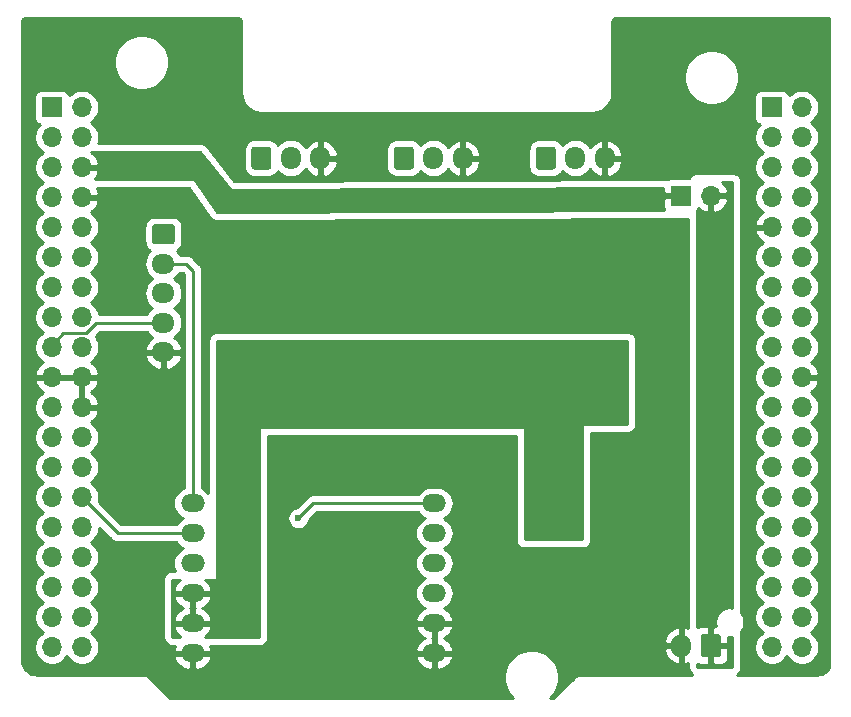
<source format=gbl>
G04 #@! TF.GenerationSoftware,KiCad,Pcbnew,(5.1.10)-1*
G04 #@! TF.CreationDate,2021-07-06T11:53:58+05:30*
G04 #@! TF.ProjectId,STM_Morpho,53544d5f-4d6f-4727-9068-6f2e6b696361,rev?*
G04 #@! TF.SameCoordinates,PX7bfa480PY7270e00*
G04 #@! TF.FileFunction,Copper,L2,Bot*
G04 #@! TF.FilePolarity,Positive*
%FSLAX46Y46*%
G04 Gerber Fmt 4.6, Leading zero omitted, Abs format (unit mm)*
G04 Created by KiCad (PCBNEW (5.1.10)-1) date 2021-07-06 11:53:58*
%MOMM*%
%LPD*%
G01*
G04 APERTURE LIST*
G04 #@! TA.AperFunction,ComponentPad*
%ADD10O,1.700000X1.700000*%
G04 #@! TD*
G04 #@! TA.AperFunction,ComponentPad*
%ADD11R,1.700000X1.700000*%
G04 #@! TD*
G04 #@! TA.AperFunction,ComponentPad*
%ADD12O,2.000000X1.500000*%
G04 #@! TD*
G04 #@! TA.AperFunction,ComponentPad*
%ADD13O,1.950000X1.700000*%
G04 #@! TD*
G04 #@! TA.AperFunction,ComponentPad*
%ADD14O,1.700000X2.000000*%
G04 #@! TD*
G04 #@! TA.AperFunction,ComponentPad*
%ADD15O,1.700000X1.950000*%
G04 #@! TD*
G04 #@! TA.AperFunction,ViaPad*
%ADD16C,0.600000*%
G04 #@! TD*
G04 #@! TA.AperFunction,Conductor*
%ADD17C,0.250000*%
G04 #@! TD*
G04 #@! TA.AperFunction,Conductor*
%ADD18C,0.254000*%
G04 #@! TD*
G04 #@! TA.AperFunction,Conductor*
%ADD19C,0.100000*%
G04 #@! TD*
G04 APERTURE END LIST*
D10*
G04 #@! TO.P,CN10,38*
G04 #@! TO.N,/NC*
X66750000Y3040000D03*
G04 #@! TO.P,CN10,37*
G04 #@! TO.N,N/C*
X64210000Y3040000D03*
G04 #@! TO.P,CN10,36*
G04 #@! TO.N,/NC*
X66750000Y5580000D03*
G04 #@! TO.P,CN10,35*
G04 #@! TO.N,N/C*
X64210000Y5580000D03*
G04 #@! TO.P,CN10,34*
X66750000Y8120000D03*
G04 #@! TO.P,CN10,33*
X64210000Y8120000D03*
G04 #@! TO.P,CN10,32*
X66750000Y10660000D03*
G04 #@! TO.P,CN10,31*
X64210000Y10660000D03*
G04 #@! TO.P,CN10,30*
G04 #@! TO.N,FDCAN2TX*
X66750000Y13200000D03*
G04 #@! TO.P,CN10,29*
G04 #@! TO.N,N/C*
X64210000Y13200000D03*
G04 #@! TO.P,CN10,28*
X66750000Y15740000D03*
G04 #@! TO.P,CN10,27*
G04 #@! TO.N,FDCAN3TX*
X64210000Y15740000D03*
G04 #@! TO.P,CN10,26*
G04 #@! TO.N,N/C*
X66750000Y18280000D03*
G04 #@! TO.P,CN10,25*
X64210000Y18280000D03*
G04 #@! TO.P,CN10,24*
X66750000Y20820000D03*
G04 #@! TO.P,CN10,23*
G04 #@! TO.N,FDCAN3RX*
X64210000Y20820000D03*
G04 #@! TO.P,CN10,22*
G04 #@! TO.N,N/C*
X66750000Y23360000D03*
G04 #@! TO.P,CN10,21*
X64210000Y23360000D03*
G04 #@! TO.P,CN10,20*
G04 #@! TO.N,GND*
X66750000Y25900000D03*
G04 #@! TO.P,CN10,19*
G04 #@! TO.N,N/C*
X64210000Y25900000D03*
G04 #@! TO.P,CN10,18*
X66750000Y28440000D03*
G04 #@! TO.P,CN10,17*
X64210000Y28440000D03*
G04 #@! TO.P,CN10,16*
G04 #@! TO.N,FDCAN2RX*
X66750000Y30980000D03*
G04 #@! TO.P,CN10,15*
G04 #@! TO.N,N/C*
X64210000Y30980000D03*
G04 #@! TO.P,CN10,14*
G04 #@! TO.N,FDCAN1RX*
X66750000Y33520000D03*
G04 #@! TO.P,CN10,13*
G04 #@! TO.N,N/C*
X64210000Y33520000D03*
G04 #@! TO.P,CN10,12*
G04 #@! TO.N,FDCAN1TX*
X66750000Y36060000D03*
G04 #@! TO.P,CN10,11*
G04 #@! TO.N,N/C*
X64210000Y36060000D03*
G04 #@! TO.P,CN10,10*
G04 #@! TO.N,/NC*
X66750000Y38600000D03*
G04 #@! TO.P,CN10,9*
G04 #@! TO.N,GND*
X64210000Y38600000D03*
G04 #@! TO.P,CN10,8*
G04 #@! TO.N,N/C*
X66750000Y41140000D03*
G04 #@! TO.P,CN10,7*
X64210000Y41140000D03*
G04 #@! TO.P,CN10,6*
X66750000Y43680000D03*
G04 #@! TO.P,CN10,5*
X64210000Y43680000D03*
G04 #@! TO.P,CN10,4*
X66750000Y46220000D03*
G04 #@! TO.P,CN10,3*
X64210000Y46220000D03*
G04 #@! TO.P,CN10,2*
X66750000Y48760000D03*
D11*
G04 #@! TO.P,CN10,1*
X64210000Y48760000D03*
G04 #@! TD*
D12*
G04 #@! TO.P,J1,6*
G04 #@! TO.N,INT*
X35630000Y15240000D03*
G04 #@! TO.P,J1,7*
G04 #@! TO.N,SPI_MISO*
X15170000Y15240000D03*
G04 #@! TO.P,J1,5*
G04 #@! TO.N,SPI_CS*
X35630000Y12700000D03*
G04 #@! TO.P,J1,8*
G04 #@! TO.N,RST*
X15170000Y12700000D03*
G04 #@! TO.P,J1,4*
G04 #@! TO.N,SPI_SCLK*
X35630000Y10160000D03*
G04 #@! TO.P,J1,9*
G04 #@! TO.N,N/C*
X15170000Y10160000D03*
G04 #@! TO.P,J1,3*
G04 #@! TO.N,SPI_MOSI*
X35630000Y7620000D03*
G04 #@! TO.P,J1,10*
G04 #@! TO.N,+3V3*
X15170000Y7620000D03*
G04 #@! TO.P,J1,2*
G04 #@! TO.N,GND*
X35630000Y5080000D03*
G04 #@! TO.P,J1,11*
G04 #@! TO.N,+3V3*
X15170000Y5080000D03*
G04 #@! TO.P,J1,1*
G04 #@! TO.N,GND*
X35630000Y2540000D03*
G04 #@! TO.P,J1,12*
X15170000Y2540000D03*
G04 #@! TD*
D11*
G04 #@! TO.P,J3,1*
G04 #@! TO.N,E5V*
X56515000Y41275000D03*
D10*
G04 #@! TO.P,J3,2*
G04 #@! TO.N,V_IN*
X59055000Y41275000D03*
G04 #@! TD*
G04 #@! TO.P,CN7,38*
G04 #@! TO.N,N/C*
X5790000Y3040000D03*
G04 #@! TO.P,CN7,37*
X3250000Y3040000D03*
G04 #@! TO.P,CN7,36*
X5790000Y5580000D03*
G04 #@! TO.P,CN7,35*
X3250000Y5580000D03*
G04 #@! TO.P,CN7,34*
X5790000Y8120000D03*
G04 #@! TO.P,CN7,33*
X3250000Y8120000D03*
G04 #@! TO.P,CN7,32*
X5790000Y10660000D03*
G04 #@! TO.P,CN7,31*
X3250000Y10660000D03*
G04 #@! TO.P,CN7,30*
G04 #@! TO.N,INT*
X5790000Y13200000D03*
G04 #@! TO.P,CN7,29*
G04 #@! TO.N,N/C*
X3250000Y13200000D03*
G04 #@! TO.P,CN7,28*
G04 #@! TO.N,RST*
X5790000Y15740000D03*
G04 #@! TO.P,CN7,27*
G04 #@! TO.N,N/C*
X3250000Y15740000D03*
G04 #@! TO.P,CN7,26*
G04 #@! TO.N,/NC*
X5790000Y18280000D03*
G04 #@! TO.P,CN7,25*
G04 #@! TO.N,N/C*
X3250000Y18280000D03*
G04 #@! TO.P,CN7,24*
X5790000Y20820000D03*
G04 #@! TO.P,CN7,23*
X3250000Y20820000D03*
G04 #@! TO.P,CN7,22*
G04 #@! TO.N,GND*
X5790000Y23360000D03*
G04 #@! TO.P,CN7,21*
G04 #@! TO.N,N/C*
X3250000Y23360000D03*
G04 #@! TO.P,CN7,20*
G04 #@! TO.N,GND*
X5790000Y25900000D03*
G04 #@! TO.P,CN7,19*
X3250000Y25900000D03*
G04 #@! TO.P,CN7,18*
G04 #@! TO.N,N/C*
X5790000Y28440000D03*
G04 #@! TO.P,CN7,17*
G04 #@! TO.N,SPI_CS*
X3250000Y28440000D03*
G04 #@! TO.P,CN7,16*
G04 #@! TO.N,N/C*
X5790000Y30980000D03*
G04 #@! TO.P,CN7,15*
X3250000Y30980000D03*
G04 #@! TO.P,CN7,14*
X5790000Y33520000D03*
G04 #@! TO.P,CN7,13*
X3250000Y33520000D03*
G04 #@! TO.P,CN7,12*
X5790000Y36060000D03*
G04 #@! TO.P,CN7,11*
G04 #@! TO.N,/NC*
X3250000Y36060000D03*
G04 #@! TO.P,CN7,10*
X5790000Y38600000D03*
G04 #@! TO.P,CN7,9*
X3250000Y38600000D03*
G04 #@! TO.P,CN7,8*
G04 #@! TO.N,GND*
X5790000Y41140000D03*
G04 #@! TO.P,CN7,7*
G04 #@! TO.N,N/C*
X3250000Y41140000D03*
G04 #@! TO.P,CN7,6*
G04 #@! TO.N,E5V*
X5790000Y43680000D03*
G04 #@! TO.P,CN7,5*
G04 #@! TO.N,N/C*
X3250000Y43680000D03*
G04 #@! TO.P,CN7,4*
X5790000Y46220000D03*
G04 #@! TO.P,CN7,3*
G04 #@! TO.N,SPI_MOSI*
X3250000Y46220000D03*
G04 #@! TO.P,CN7,2*
G04 #@! TO.N,SPI_MISO*
X5790000Y48760000D03*
D11*
G04 #@! TO.P,CN7,1*
G04 #@! TO.N,SPI_SCLK*
X3250000Y48760000D03*
G04 #@! TD*
G04 #@! TO.P,SPI1,1*
G04 #@! TO.N,SPI_MOSI*
G04 #@! TA.AperFunction,ComponentPad*
G36*
G01*
X11975000Y38870000D02*
X13425000Y38870000D01*
G75*
G02*
X13675000Y38620000I0J-250000D01*
G01*
X13675000Y37420000D01*
G75*
G02*
X13425000Y37170000I-250000J0D01*
G01*
X11975000Y37170000D01*
G75*
G02*
X11725000Y37420000I0J250000D01*
G01*
X11725000Y38620000D01*
G75*
G02*
X11975000Y38870000I250000J0D01*
G01*
G37*
G04 #@! TD.AperFunction*
D13*
G04 #@! TO.P,SPI1,2*
G04 #@! TO.N,SPI_MISO*
X12700000Y35520000D03*
G04 #@! TO.P,SPI1,3*
G04 #@! TO.N,SPI_SCLK*
X12700000Y33020000D03*
G04 #@! TO.P,SPI1,4*
G04 #@! TO.N,SPI_CS*
X12700000Y30520000D03*
G04 #@! TO.P,SPI1,5*
G04 #@! TO.N,GND*
X12700000Y28020000D03*
G04 #@! TD*
D14*
G04 #@! TO.P,J2,2*
G04 #@! TO.N,GND*
X56555000Y3175000D03*
G04 #@! TO.P,J2,1*
G04 #@! TO.N,V_IN*
G04 #@! TA.AperFunction,ComponentPad*
G36*
G01*
X59905000Y3925000D02*
X59905000Y2425000D01*
G75*
G02*
X59655000Y2175000I-250000J0D01*
G01*
X58455000Y2175000D01*
G75*
G02*
X58205000Y2425000I0J250000D01*
G01*
X58205000Y3925000D01*
G75*
G02*
X58455000Y4175000I250000J0D01*
G01*
X59655000Y4175000D01*
G75*
G02*
X59905000Y3925000I0J-250000D01*
G01*
G37*
G04 #@! TD.AperFunction*
G04 #@! TD*
D15*
G04 #@! TO.P,CAN3,3*
G04 #@! TO.N,GND*
X50085000Y44450000D03*
G04 #@! TO.P,CAN3,2*
G04 #@! TO.N,Net-(C14-Pad2)*
X47585000Y44450000D03*
G04 #@! TO.P,CAN3,1*
G04 #@! TO.N,Net-(C13-Pad1)*
G04 #@! TA.AperFunction,ComponentPad*
G36*
G01*
X44235000Y43725000D02*
X44235000Y45175000D01*
G75*
G02*
X44485000Y45425000I250000J0D01*
G01*
X45685000Y45425000D01*
G75*
G02*
X45935000Y45175000I0J-250000D01*
G01*
X45935000Y43725000D01*
G75*
G02*
X45685000Y43475000I-250000J0D01*
G01*
X44485000Y43475000D01*
G75*
G02*
X44235000Y43725000I0J250000D01*
G01*
G37*
G04 #@! TD.AperFunction*
G04 #@! TD*
G04 #@! TO.P,CAN2,3*
G04 #@! TO.N,GND*
X38060000Y44450000D03*
G04 #@! TO.P,CAN2,2*
G04 #@! TO.N,Net-(C12-Pad2)*
X35560000Y44450000D03*
G04 #@! TO.P,CAN2,1*
G04 #@! TO.N,Net-(C11-Pad1)*
G04 #@! TA.AperFunction,ComponentPad*
G36*
G01*
X32210000Y43725000D02*
X32210000Y45175000D01*
G75*
G02*
X32460000Y45425000I250000J0D01*
G01*
X33660000Y45425000D01*
G75*
G02*
X33910000Y45175000I0J-250000D01*
G01*
X33910000Y43725000D01*
G75*
G02*
X33660000Y43475000I-250000J0D01*
G01*
X32460000Y43475000D01*
G75*
G02*
X32210000Y43725000I0J250000D01*
G01*
G37*
G04 #@! TD.AperFunction*
G04 #@! TD*
G04 #@! TO.P,CAN1,3*
G04 #@! TO.N,GND*
X25995000Y44450000D03*
G04 #@! TO.P,CAN1,2*
G04 #@! TO.N,/L1*
X23495000Y44450000D03*
G04 #@! TO.P,CAN1,1*
G04 #@! TO.N,/H1*
G04 #@! TA.AperFunction,ComponentPad*
G36*
G01*
X20145000Y43725000D02*
X20145000Y45175000D01*
G75*
G02*
X20395000Y45425000I250000J0D01*
G01*
X21595000Y45425000D01*
G75*
G02*
X21845000Y45175000I0J-250000D01*
G01*
X21845000Y43725000D01*
G75*
G02*
X21595000Y43475000I-250000J0D01*
G01*
X20395000Y43475000D01*
G75*
G02*
X20145000Y43725000I0J250000D01*
G01*
G37*
G04 #@! TD.AperFunction*
G04 #@! TD*
D16*
G04 #@! TO.N,GND*
X25146000Y5080000D03*
X26416000Y5080000D03*
X27686000Y5080000D03*
X17145000Y48260000D03*
X17145000Y49530000D03*
X17145000Y50800000D03*
X53975000Y48260000D03*
X53975000Y49530000D03*
X53975000Y50800000D03*
X45974000Y38100000D03*
X46736000Y38100000D03*
X34036000Y38100000D03*
X34798000Y38100000D03*
X21844000Y38100000D03*
X22606000Y38100000D03*
X53975000Y23495000D03*
X55245000Y23495000D03*
X53975000Y27940000D03*
X55245000Y27940000D03*
X55245000Y17145000D03*
X56515000Y17145000D03*
X53975000Y33020000D03*
X55245000Y33020000D03*
G04 #@! TO.N,+3V3*
X44450000Y16510000D03*
X44450000Y15240000D03*
X44450000Y13970000D03*
X45720000Y16510000D03*
X46990000Y16510000D03*
X47752000Y27940000D03*
X48768000Y27940000D03*
X50546000Y24384000D03*
X51308000Y24384000D03*
X38354000Y24384000D03*
X39116000Y24384000D03*
X35814000Y27940000D03*
X36576000Y27940000D03*
X26162000Y24384000D03*
X27178000Y24384000D03*
X24638000Y27940000D03*
X23748999Y27940000D03*
G04 #@! TO.N,INT*
X24130000Y13970000D03*
G04 #@! TO.N,V_IN*
X59436000Y11811000D03*
X59436000Y13081000D03*
X59436000Y14351000D03*
G04 #@! TD*
D17*
G04 #@! TO.N,SPI_CS*
X6120001Y29615001D02*
X4215001Y29615001D01*
X7025000Y30520000D02*
X6120001Y29615001D01*
X12700000Y30520000D02*
X7025000Y30520000D01*
X4215001Y29615001D02*
X3175000Y28575000D01*
G04 #@! TO.N,SPI_MISO*
X12700000Y35520000D02*
X14010000Y35520000D01*
X14010000Y35520000D02*
X14645000Y35520000D01*
X14645000Y35520000D02*
X15240000Y34925000D01*
X15240000Y34925000D02*
X15240000Y15240000D01*
G04 #@! TO.N,INT*
X35630000Y15240000D02*
X25400000Y15240000D01*
X25400000Y15240000D02*
X24130000Y13970000D01*
G04 #@! TO.N,RST*
X8830000Y12700000D02*
X5790000Y15740000D01*
X15170000Y12700000D02*
X8830000Y12700000D01*
G04 #@! TD*
D18*
G04 #@! TO.N,GND*
X19055665Y56281137D02*
X19109214Y56264970D01*
X19158597Y56238712D01*
X19201945Y56203359D01*
X19237600Y56160260D01*
X19264201Y56111063D01*
X19280742Y56057625D01*
X19290000Y55969545D01*
X19290001Y49965123D01*
X19292989Y49934787D01*
X19292946Y49928668D01*
X19293914Y49918802D01*
X19314315Y49724705D01*
X19327250Y49661690D01*
X19339312Y49598460D01*
X19342177Y49588970D01*
X19399889Y49402532D01*
X19424829Y49343203D01*
X19448932Y49283545D01*
X19453586Y49274792D01*
X19546411Y49103115D01*
X19582371Y49049802D01*
X19617633Y48995917D01*
X19623898Y48988235D01*
X19748302Y48837857D01*
X19793957Y48792520D01*
X19838987Y48746537D01*
X19846625Y48740218D01*
X19997867Y48616868D01*
X20051487Y48581243D01*
X20104564Y48544901D01*
X20113284Y48540186D01*
X20285606Y48448561D01*
X20345076Y48424049D01*
X20404248Y48398688D01*
X20413718Y48395757D01*
X20600554Y48339348D01*
X20663684Y48326848D01*
X20726623Y48313470D01*
X20736481Y48312434D01*
X20930209Y48293439D01*
X20965123Y48290000D01*
X49034877Y48290000D01*
X49065222Y48292989D01*
X49071332Y48292946D01*
X49081198Y48293914D01*
X49275295Y48314315D01*
X49338310Y48327250D01*
X49401540Y48339312D01*
X49411030Y48342177D01*
X49597468Y48399889D01*
X49656797Y48424829D01*
X49716455Y48448932D01*
X49725208Y48453586D01*
X49896885Y48546411D01*
X49950198Y48582371D01*
X50004083Y48617633D01*
X50011765Y48623898D01*
X50162143Y48748302D01*
X50207480Y48793957D01*
X50253463Y48838987D01*
X50259782Y48846625D01*
X50383132Y48997867D01*
X50418757Y49051487D01*
X50455099Y49104564D01*
X50459814Y49113284D01*
X50551439Y49285606D01*
X50575951Y49345076D01*
X50601312Y49404248D01*
X50604243Y49413718D01*
X50660652Y49600554D01*
X50673152Y49663684D01*
X50686530Y49726623D01*
X50687566Y49736481D01*
X50706611Y49930715D01*
X50710000Y49965123D01*
X50710000Y51530340D01*
X56791316Y51530340D01*
X56791316Y51069660D01*
X56881190Y50617831D01*
X57057485Y50192218D01*
X57313425Y49809176D01*
X57639176Y49483425D01*
X58022218Y49227485D01*
X58447831Y49051190D01*
X58899660Y48961316D01*
X59360340Y48961316D01*
X59812169Y49051190D01*
X60237782Y49227485D01*
X60620824Y49483425D01*
X60747399Y49610000D01*
X62721928Y49610000D01*
X62721928Y47910000D01*
X62734188Y47785518D01*
X62770498Y47665820D01*
X62829463Y47555506D01*
X62908815Y47458815D01*
X63005506Y47379463D01*
X63115820Y47320498D01*
X63188380Y47298487D01*
X63056525Y47166632D01*
X62894010Y46923411D01*
X62782068Y46653158D01*
X62725000Y46366260D01*
X62725000Y46073740D01*
X62782068Y45786842D01*
X62894010Y45516589D01*
X63056525Y45273368D01*
X63263368Y45066525D01*
X63437760Y44950000D01*
X63263368Y44833475D01*
X63056525Y44626632D01*
X62894010Y44383411D01*
X62782068Y44113158D01*
X62725000Y43826260D01*
X62725000Y43533740D01*
X62782068Y43246842D01*
X62894010Y42976589D01*
X63056525Y42733368D01*
X63263368Y42526525D01*
X63437760Y42410000D01*
X63263368Y42293475D01*
X63056525Y42086632D01*
X62894010Y41843411D01*
X62782068Y41573158D01*
X62725000Y41286260D01*
X62725000Y40993740D01*
X62782068Y40706842D01*
X62894010Y40436589D01*
X63056525Y40193368D01*
X63263368Y39986525D01*
X63445534Y39864805D01*
X63328645Y39795178D01*
X63112412Y39600269D01*
X62938359Y39366920D01*
X62813175Y39104099D01*
X62768524Y38956890D01*
X62889845Y38727000D01*
X64083000Y38727000D01*
X64083000Y38747000D01*
X64337000Y38747000D01*
X64337000Y38727000D01*
X64357000Y38727000D01*
X64357000Y38473000D01*
X64337000Y38473000D01*
X64337000Y38453000D01*
X64083000Y38453000D01*
X64083000Y38473000D01*
X62889845Y38473000D01*
X62768524Y38243110D01*
X62813175Y38095901D01*
X62938359Y37833080D01*
X63112412Y37599731D01*
X63328645Y37404822D01*
X63445534Y37335195D01*
X63263368Y37213475D01*
X63056525Y37006632D01*
X62894010Y36763411D01*
X62782068Y36493158D01*
X62725000Y36206260D01*
X62725000Y35913740D01*
X62782068Y35626842D01*
X62894010Y35356589D01*
X63056525Y35113368D01*
X63263368Y34906525D01*
X63437760Y34790000D01*
X63263368Y34673475D01*
X63056525Y34466632D01*
X62894010Y34223411D01*
X62782068Y33953158D01*
X62725000Y33666260D01*
X62725000Y33373740D01*
X62782068Y33086842D01*
X62894010Y32816589D01*
X63056525Y32573368D01*
X63263368Y32366525D01*
X63437760Y32250000D01*
X63263368Y32133475D01*
X63056525Y31926632D01*
X62894010Y31683411D01*
X62782068Y31413158D01*
X62725000Y31126260D01*
X62725000Y30833740D01*
X62782068Y30546842D01*
X62894010Y30276589D01*
X63056525Y30033368D01*
X63263368Y29826525D01*
X63437760Y29710000D01*
X63263368Y29593475D01*
X63056525Y29386632D01*
X62894010Y29143411D01*
X62782068Y28873158D01*
X62725000Y28586260D01*
X62725000Y28293740D01*
X62782068Y28006842D01*
X62894010Y27736589D01*
X63056525Y27493368D01*
X63263368Y27286525D01*
X63437760Y27170000D01*
X63263368Y27053475D01*
X63056525Y26846632D01*
X62894010Y26603411D01*
X62782068Y26333158D01*
X62725000Y26046260D01*
X62725000Y25753740D01*
X62782068Y25466842D01*
X62894010Y25196589D01*
X63056525Y24953368D01*
X63263368Y24746525D01*
X63437760Y24630000D01*
X63263368Y24513475D01*
X63056525Y24306632D01*
X62894010Y24063411D01*
X62782068Y23793158D01*
X62725000Y23506260D01*
X62725000Y23213740D01*
X62782068Y22926842D01*
X62894010Y22656589D01*
X63056525Y22413368D01*
X63263368Y22206525D01*
X63437760Y22090000D01*
X63263368Y21973475D01*
X63056525Y21766632D01*
X62894010Y21523411D01*
X62782068Y21253158D01*
X62725000Y20966260D01*
X62725000Y20673740D01*
X62782068Y20386842D01*
X62894010Y20116589D01*
X63056525Y19873368D01*
X63263368Y19666525D01*
X63437760Y19550000D01*
X63263368Y19433475D01*
X63056525Y19226632D01*
X62894010Y18983411D01*
X62782068Y18713158D01*
X62725000Y18426260D01*
X62725000Y18133740D01*
X62782068Y17846842D01*
X62894010Y17576589D01*
X63056525Y17333368D01*
X63263368Y17126525D01*
X63437760Y17010000D01*
X63263368Y16893475D01*
X63056525Y16686632D01*
X62894010Y16443411D01*
X62782068Y16173158D01*
X62725000Y15886260D01*
X62725000Y15593740D01*
X62782068Y15306842D01*
X62894010Y15036589D01*
X63056525Y14793368D01*
X63263368Y14586525D01*
X63437760Y14470000D01*
X63263368Y14353475D01*
X63056525Y14146632D01*
X62894010Y13903411D01*
X62782068Y13633158D01*
X62725000Y13346260D01*
X62725000Y13053740D01*
X62782068Y12766842D01*
X62894010Y12496589D01*
X63056525Y12253368D01*
X63263368Y12046525D01*
X63437760Y11930000D01*
X63263368Y11813475D01*
X63056525Y11606632D01*
X62894010Y11363411D01*
X62782068Y11093158D01*
X62725000Y10806260D01*
X62725000Y10513740D01*
X62782068Y10226842D01*
X62894010Y9956589D01*
X63056525Y9713368D01*
X63263368Y9506525D01*
X63437760Y9390000D01*
X63263368Y9273475D01*
X63056525Y9066632D01*
X62894010Y8823411D01*
X62782068Y8553158D01*
X62725000Y8266260D01*
X62725000Y7973740D01*
X62782068Y7686842D01*
X62894010Y7416589D01*
X63056525Y7173368D01*
X63263368Y6966525D01*
X63437760Y6850000D01*
X63263368Y6733475D01*
X63056525Y6526632D01*
X62894010Y6283411D01*
X62782068Y6013158D01*
X62725000Y5726260D01*
X62725000Y5433740D01*
X62782068Y5146842D01*
X62894010Y4876589D01*
X63056525Y4633368D01*
X63263368Y4426525D01*
X63437760Y4310000D01*
X63263368Y4193475D01*
X63056525Y3986632D01*
X62894010Y3743411D01*
X62782068Y3473158D01*
X62725000Y3186260D01*
X62725000Y2893740D01*
X62782068Y2606842D01*
X62894010Y2336589D01*
X63056525Y2093368D01*
X63263368Y1886525D01*
X63506589Y1724010D01*
X63776842Y1612068D01*
X64063740Y1555000D01*
X64356260Y1555000D01*
X64643158Y1612068D01*
X64913411Y1724010D01*
X65156632Y1886525D01*
X65363475Y2093368D01*
X65480000Y2267760D01*
X65596525Y2093368D01*
X65803368Y1886525D01*
X66046589Y1724010D01*
X66316842Y1612068D01*
X66603740Y1555000D01*
X66896260Y1555000D01*
X67183158Y1612068D01*
X67453411Y1724010D01*
X67696632Y1886525D01*
X67903475Y2093368D01*
X68065990Y2336589D01*
X68177932Y2606842D01*
X68235000Y2893740D01*
X68235000Y3186260D01*
X68177932Y3473158D01*
X68065990Y3743411D01*
X67903475Y3986632D01*
X67696632Y4193475D01*
X67522240Y4310000D01*
X67696632Y4426525D01*
X67903475Y4633368D01*
X68065990Y4876589D01*
X68177932Y5146842D01*
X68235000Y5433740D01*
X68235000Y5726260D01*
X68177932Y6013158D01*
X68065990Y6283411D01*
X67903475Y6526632D01*
X67696632Y6733475D01*
X67522240Y6850000D01*
X67696632Y6966525D01*
X67903475Y7173368D01*
X68065990Y7416589D01*
X68177932Y7686842D01*
X68235000Y7973740D01*
X68235000Y8266260D01*
X68177932Y8553158D01*
X68065990Y8823411D01*
X67903475Y9066632D01*
X67696632Y9273475D01*
X67522240Y9390000D01*
X67696632Y9506525D01*
X67903475Y9713368D01*
X68065990Y9956589D01*
X68177932Y10226842D01*
X68235000Y10513740D01*
X68235000Y10806260D01*
X68177932Y11093158D01*
X68065990Y11363411D01*
X67903475Y11606632D01*
X67696632Y11813475D01*
X67522240Y11930000D01*
X67696632Y12046525D01*
X67903475Y12253368D01*
X68065990Y12496589D01*
X68177932Y12766842D01*
X68235000Y13053740D01*
X68235000Y13346260D01*
X68177932Y13633158D01*
X68065990Y13903411D01*
X67903475Y14146632D01*
X67696632Y14353475D01*
X67522240Y14470000D01*
X67696632Y14586525D01*
X67903475Y14793368D01*
X68065990Y15036589D01*
X68177932Y15306842D01*
X68235000Y15593740D01*
X68235000Y15886260D01*
X68177932Y16173158D01*
X68065990Y16443411D01*
X67903475Y16686632D01*
X67696632Y16893475D01*
X67522240Y17010000D01*
X67696632Y17126525D01*
X67903475Y17333368D01*
X68065990Y17576589D01*
X68177932Y17846842D01*
X68235000Y18133740D01*
X68235000Y18426260D01*
X68177932Y18713158D01*
X68065990Y18983411D01*
X67903475Y19226632D01*
X67696632Y19433475D01*
X67522240Y19550000D01*
X67696632Y19666525D01*
X67903475Y19873368D01*
X68065990Y20116589D01*
X68177932Y20386842D01*
X68235000Y20673740D01*
X68235000Y20966260D01*
X68177932Y21253158D01*
X68065990Y21523411D01*
X67903475Y21766632D01*
X67696632Y21973475D01*
X67522240Y22090000D01*
X67696632Y22206525D01*
X67903475Y22413368D01*
X68065990Y22656589D01*
X68177932Y22926842D01*
X68235000Y23213740D01*
X68235000Y23506260D01*
X68177932Y23793158D01*
X68065990Y24063411D01*
X67903475Y24306632D01*
X67696632Y24513475D01*
X67514466Y24635195D01*
X67631355Y24704822D01*
X67847588Y24899731D01*
X68021641Y25133080D01*
X68146825Y25395901D01*
X68191476Y25543110D01*
X68070155Y25773000D01*
X66877000Y25773000D01*
X66877000Y25753000D01*
X66623000Y25753000D01*
X66623000Y25773000D01*
X66603000Y25773000D01*
X66603000Y26027000D01*
X66623000Y26027000D01*
X66623000Y26047000D01*
X66877000Y26047000D01*
X66877000Y26027000D01*
X68070155Y26027000D01*
X68191476Y26256890D01*
X68146825Y26404099D01*
X68021641Y26666920D01*
X67847588Y26900269D01*
X67631355Y27095178D01*
X67514466Y27164805D01*
X67696632Y27286525D01*
X67903475Y27493368D01*
X68065990Y27736589D01*
X68177932Y28006842D01*
X68235000Y28293740D01*
X68235000Y28586260D01*
X68177932Y28873158D01*
X68065990Y29143411D01*
X67903475Y29386632D01*
X67696632Y29593475D01*
X67522240Y29710000D01*
X67696632Y29826525D01*
X67903475Y30033368D01*
X68065990Y30276589D01*
X68177932Y30546842D01*
X68235000Y30833740D01*
X68235000Y31126260D01*
X68177932Y31413158D01*
X68065990Y31683411D01*
X67903475Y31926632D01*
X67696632Y32133475D01*
X67522240Y32250000D01*
X67696632Y32366525D01*
X67903475Y32573368D01*
X68065990Y32816589D01*
X68177932Y33086842D01*
X68235000Y33373740D01*
X68235000Y33666260D01*
X68177932Y33953158D01*
X68065990Y34223411D01*
X67903475Y34466632D01*
X67696632Y34673475D01*
X67522240Y34790000D01*
X67696632Y34906525D01*
X67903475Y35113368D01*
X68065990Y35356589D01*
X68177932Y35626842D01*
X68235000Y35913740D01*
X68235000Y36206260D01*
X68177932Y36493158D01*
X68065990Y36763411D01*
X67903475Y37006632D01*
X67696632Y37213475D01*
X67522240Y37330000D01*
X67696632Y37446525D01*
X67903475Y37653368D01*
X68065990Y37896589D01*
X68177932Y38166842D01*
X68235000Y38453740D01*
X68235000Y38746260D01*
X68177932Y39033158D01*
X68065990Y39303411D01*
X67903475Y39546632D01*
X67696632Y39753475D01*
X67522240Y39870000D01*
X67696632Y39986525D01*
X67903475Y40193368D01*
X68065990Y40436589D01*
X68177932Y40706842D01*
X68235000Y40993740D01*
X68235000Y41286260D01*
X68177932Y41573158D01*
X68065990Y41843411D01*
X67903475Y42086632D01*
X67696632Y42293475D01*
X67522240Y42410000D01*
X67696632Y42526525D01*
X67903475Y42733368D01*
X68065990Y42976589D01*
X68177932Y43246842D01*
X68235000Y43533740D01*
X68235000Y43826260D01*
X68177932Y44113158D01*
X68065990Y44383411D01*
X67903475Y44626632D01*
X67696632Y44833475D01*
X67522240Y44950000D01*
X67696632Y45066525D01*
X67903475Y45273368D01*
X68065990Y45516589D01*
X68177932Y45786842D01*
X68235000Y46073740D01*
X68235000Y46366260D01*
X68177932Y46653158D01*
X68065990Y46923411D01*
X67903475Y47166632D01*
X67696632Y47373475D01*
X67522240Y47490000D01*
X67696632Y47606525D01*
X67903475Y47813368D01*
X68065990Y48056589D01*
X68177932Y48326842D01*
X68235000Y48613740D01*
X68235000Y48906260D01*
X68177932Y49193158D01*
X68065990Y49463411D01*
X67903475Y49706632D01*
X67696632Y49913475D01*
X67453411Y50075990D01*
X67183158Y50187932D01*
X66896260Y50245000D01*
X66603740Y50245000D01*
X66316842Y50187932D01*
X66046589Y50075990D01*
X65803368Y49913475D01*
X65671513Y49781620D01*
X65649502Y49854180D01*
X65590537Y49964494D01*
X65511185Y50061185D01*
X65414494Y50140537D01*
X65304180Y50199502D01*
X65184482Y50235812D01*
X65060000Y50248072D01*
X63360000Y50248072D01*
X63235518Y50235812D01*
X63115820Y50199502D01*
X63005506Y50140537D01*
X62908815Y50061185D01*
X62829463Y49964494D01*
X62770498Y49854180D01*
X62734188Y49734482D01*
X62721928Y49610000D01*
X60747399Y49610000D01*
X60946575Y49809176D01*
X61202515Y50192218D01*
X61378810Y50617831D01*
X61468684Y51069660D01*
X61468684Y51530340D01*
X61378810Y51982169D01*
X61202515Y52407782D01*
X60946575Y52790824D01*
X60620824Y53116575D01*
X60237782Y53372515D01*
X59812169Y53548810D01*
X59360340Y53638684D01*
X58899660Y53638684D01*
X58447831Y53548810D01*
X58022218Y53372515D01*
X57639176Y53116575D01*
X57313425Y52790824D01*
X57057485Y52407782D01*
X56881190Y51982169D01*
X56791316Y51530340D01*
X50710000Y51530340D01*
X50710000Y55965278D01*
X50718863Y56055665D01*
X50735030Y56109214D01*
X50761288Y56158597D01*
X50796641Y56201945D01*
X50839740Y56237600D01*
X50888937Y56264201D01*
X50942375Y56280742D01*
X51030455Y56290000D01*
X68965278Y56290000D01*
X69055665Y56281137D01*
X69088000Y56271375D01*
X69088000Y1318793D01*
X69071633Y1288011D01*
X68912929Y1093420D01*
X68719455Y933365D01*
X68498576Y813936D01*
X68258701Y739683D01*
X67976291Y710000D01*
X61252888Y710000D01*
X61312787Y742017D01*
X61409013Y820987D01*
X61487983Y917213D01*
X61546664Y1026996D01*
X61582799Y1146118D01*
X61595000Y1270000D01*
X61595000Y4368446D01*
X61614287Y4387733D01*
X61749443Y4590008D01*
X61842540Y4814764D01*
X61890000Y5053363D01*
X61890000Y5296637D01*
X61842540Y5535236D01*
X61749443Y5759992D01*
X61614287Y5962267D01*
X61595000Y5981554D01*
X61595000Y42545000D01*
X61582799Y42668882D01*
X61546664Y42788004D01*
X61487983Y42897787D01*
X61409013Y42994013D01*
X61312787Y43072983D01*
X61203004Y43131664D01*
X61083882Y43167799D01*
X60960000Y43180000D01*
X57785000Y43180000D01*
X57661118Y43167799D01*
X57541996Y43131664D01*
X57432213Y43072983D01*
X57335987Y42994013D01*
X57257017Y42897787D01*
X57198336Y42788004D01*
X57190773Y42763072D01*
X55665000Y42763072D01*
X55540518Y42750812D01*
X55462710Y42727209D01*
X18718995Y42546502D01*
X16616197Y45175000D01*
X19506928Y45175000D01*
X19506928Y43725000D01*
X19523992Y43551746D01*
X19574528Y43385150D01*
X19656595Y43231614D01*
X19767038Y43097038D01*
X19901614Y42986595D01*
X20055150Y42904528D01*
X20221746Y42853992D01*
X20395000Y42836928D01*
X21595000Y42836928D01*
X21768254Y42853992D01*
X21934850Y42904528D01*
X22088386Y42986595D01*
X22222962Y43097038D01*
X22333405Y43231614D01*
X22387777Y43333337D01*
X22439866Y43269866D01*
X22665987Y43084294D01*
X22923967Y42946401D01*
X23203890Y42861487D01*
X23495000Y42832815D01*
X23786111Y42861487D01*
X24066034Y42946401D01*
X24324014Y43084294D01*
X24550134Y43269866D01*
X24735706Y43495986D01*
X24749462Y43521722D01*
X24905951Y43315571D01*
X25123807Y43122504D01*
X25375142Y42975648D01*
X25638110Y42883524D01*
X25868000Y43004845D01*
X25868000Y44323000D01*
X26122000Y44323000D01*
X26122000Y43004845D01*
X26351890Y42883524D01*
X26614858Y42975648D01*
X26866193Y43122504D01*
X27084049Y43315571D01*
X27260053Y43547430D01*
X27387442Y43809170D01*
X27461320Y44090733D01*
X27321165Y44323000D01*
X26122000Y44323000D01*
X25868000Y44323000D01*
X25848000Y44323000D01*
X25848000Y44577000D01*
X25868000Y44577000D01*
X25868000Y45895155D01*
X26122000Y45895155D01*
X26122000Y44577000D01*
X27321165Y44577000D01*
X27461320Y44809267D01*
X27387442Y45090830D01*
X27346477Y45175000D01*
X31571928Y45175000D01*
X31571928Y43725000D01*
X31588992Y43551746D01*
X31639528Y43385150D01*
X31721595Y43231614D01*
X31832038Y43097038D01*
X31966614Y42986595D01*
X32120150Y42904528D01*
X32286746Y42853992D01*
X32460000Y42836928D01*
X33660000Y42836928D01*
X33833254Y42853992D01*
X33999850Y42904528D01*
X34153386Y42986595D01*
X34287962Y43097038D01*
X34398405Y43231614D01*
X34452777Y43333337D01*
X34504866Y43269866D01*
X34730987Y43084294D01*
X34988967Y42946401D01*
X35268890Y42861487D01*
X35560000Y42832815D01*
X35851111Y42861487D01*
X36131034Y42946401D01*
X36389014Y43084294D01*
X36615134Y43269866D01*
X36800706Y43495986D01*
X36814462Y43521722D01*
X36970951Y43315571D01*
X37188807Y43122504D01*
X37440142Y42975648D01*
X37703110Y42883524D01*
X37933000Y43004845D01*
X37933000Y44323000D01*
X38187000Y44323000D01*
X38187000Y43004845D01*
X38416890Y42883524D01*
X38679858Y42975648D01*
X38931193Y43122504D01*
X39149049Y43315571D01*
X39325053Y43547430D01*
X39452442Y43809170D01*
X39526320Y44090733D01*
X39386165Y44323000D01*
X38187000Y44323000D01*
X37933000Y44323000D01*
X37913000Y44323000D01*
X37913000Y44577000D01*
X37933000Y44577000D01*
X37933000Y45895155D01*
X38187000Y45895155D01*
X38187000Y44577000D01*
X39386165Y44577000D01*
X39526320Y44809267D01*
X39452442Y45090830D01*
X39411477Y45175000D01*
X43596928Y45175000D01*
X43596928Y43725000D01*
X43613992Y43551746D01*
X43664528Y43385150D01*
X43746595Y43231614D01*
X43857038Y43097038D01*
X43991614Y42986595D01*
X44145150Y42904528D01*
X44311746Y42853992D01*
X44485000Y42836928D01*
X45685000Y42836928D01*
X45858254Y42853992D01*
X46024850Y42904528D01*
X46178386Y42986595D01*
X46312962Y43097038D01*
X46423405Y43231614D01*
X46477777Y43333337D01*
X46529866Y43269866D01*
X46755987Y43084294D01*
X47013967Y42946401D01*
X47293890Y42861487D01*
X47585000Y42832815D01*
X47876111Y42861487D01*
X48156034Y42946401D01*
X48414014Y43084294D01*
X48640134Y43269866D01*
X48825706Y43495986D01*
X48839462Y43521722D01*
X48995951Y43315571D01*
X49213807Y43122504D01*
X49465142Y42975648D01*
X49728110Y42883524D01*
X49958000Y43004845D01*
X49958000Y44323000D01*
X50212000Y44323000D01*
X50212000Y43004845D01*
X50441890Y42883524D01*
X50704858Y42975648D01*
X50956193Y43122504D01*
X51174049Y43315571D01*
X51350053Y43547430D01*
X51477442Y43809170D01*
X51551320Y44090733D01*
X51411165Y44323000D01*
X50212000Y44323000D01*
X49958000Y44323000D01*
X49938000Y44323000D01*
X49938000Y44577000D01*
X49958000Y44577000D01*
X49958000Y45895155D01*
X50212000Y45895155D01*
X50212000Y44577000D01*
X51411165Y44577000D01*
X51551320Y44809267D01*
X51477442Y45090830D01*
X51350053Y45352570D01*
X51174049Y45584429D01*
X50956193Y45777496D01*
X50704858Y45924352D01*
X50441890Y46016476D01*
X50212000Y45895155D01*
X49958000Y45895155D01*
X49728110Y46016476D01*
X49465142Y45924352D01*
X49213807Y45777496D01*
X48995951Y45584429D01*
X48839462Y45378278D01*
X48825706Y45404014D01*
X48640134Y45630134D01*
X48414013Y45815706D01*
X48156033Y45953599D01*
X47876110Y46038513D01*
X47585000Y46067185D01*
X47293889Y46038513D01*
X47013966Y45953599D01*
X46755986Y45815706D01*
X46529866Y45630134D01*
X46477777Y45566663D01*
X46423405Y45668386D01*
X46312962Y45802962D01*
X46178386Y45913405D01*
X46024850Y45995472D01*
X45858254Y46046008D01*
X45685000Y46063072D01*
X44485000Y46063072D01*
X44311746Y46046008D01*
X44145150Y45995472D01*
X43991614Y45913405D01*
X43857038Y45802962D01*
X43746595Y45668386D01*
X43664528Y45514850D01*
X43613992Y45348254D01*
X43596928Y45175000D01*
X39411477Y45175000D01*
X39325053Y45352570D01*
X39149049Y45584429D01*
X38931193Y45777496D01*
X38679858Y45924352D01*
X38416890Y46016476D01*
X38187000Y45895155D01*
X37933000Y45895155D01*
X37703110Y46016476D01*
X37440142Y45924352D01*
X37188807Y45777496D01*
X36970951Y45584429D01*
X36814462Y45378278D01*
X36800706Y45404014D01*
X36615134Y45630134D01*
X36389013Y45815706D01*
X36131033Y45953599D01*
X35851110Y46038513D01*
X35560000Y46067185D01*
X35268889Y46038513D01*
X34988966Y45953599D01*
X34730986Y45815706D01*
X34504866Y45630134D01*
X34452777Y45566663D01*
X34398405Y45668386D01*
X34287962Y45802962D01*
X34153386Y45913405D01*
X33999850Y45995472D01*
X33833254Y46046008D01*
X33660000Y46063072D01*
X32460000Y46063072D01*
X32286746Y46046008D01*
X32120150Y45995472D01*
X31966614Y45913405D01*
X31832038Y45802962D01*
X31721595Y45668386D01*
X31639528Y45514850D01*
X31588992Y45348254D01*
X31571928Y45175000D01*
X27346477Y45175000D01*
X27260053Y45352570D01*
X27084049Y45584429D01*
X26866193Y45777496D01*
X26614858Y45924352D01*
X26351890Y46016476D01*
X26122000Y45895155D01*
X25868000Y45895155D01*
X25638110Y46016476D01*
X25375142Y45924352D01*
X25123807Y45777496D01*
X24905951Y45584429D01*
X24749462Y45378278D01*
X24735706Y45404014D01*
X24550134Y45630134D01*
X24324013Y45815706D01*
X24066033Y45953599D01*
X23786110Y46038513D01*
X23495000Y46067185D01*
X23203889Y46038513D01*
X22923966Y45953599D01*
X22665986Y45815706D01*
X22439866Y45630134D01*
X22387777Y45566663D01*
X22333405Y45668386D01*
X22222962Y45802962D01*
X22088386Y45913405D01*
X21934850Y45995472D01*
X21768254Y46046008D01*
X21595000Y46063072D01*
X20395000Y46063072D01*
X20221746Y46046008D01*
X20055150Y45995472D01*
X19901614Y45913405D01*
X19767038Y45802962D01*
X19656595Y45668386D01*
X19574528Y45514850D01*
X19523992Y45348254D01*
X19506928Y45175000D01*
X16616197Y45175000D01*
X16370852Y45481681D01*
X16324013Y45534013D01*
X16227787Y45612983D01*
X16118004Y45671664D01*
X15998882Y45707799D01*
X15875000Y45720000D01*
X7190245Y45720000D01*
X7217932Y45786842D01*
X7275000Y46073740D01*
X7275000Y46366260D01*
X7217932Y46653158D01*
X7105990Y46923411D01*
X6943475Y47166632D01*
X6736632Y47373475D01*
X6562240Y47490000D01*
X6736632Y47606525D01*
X6943475Y47813368D01*
X7105990Y48056589D01*
X7217932Y48326842D01*
X7275000Y48613740D01*
X7275000Y48906260D01*
X7217932Y49193158D01*
X7105990Y49463411D01*
X6943475Y49706632D01*
X6736632Y49913475D01*
X6493411Y50075990D01*
X6223158Y50187932D01*
X5936260Y50245000D01*
X5643740Y50245000D01*
X5356842Y50187932D01*
X5086589Y50075990D01*
X4843368Y49913475D01*
X4711513Y49781620D01*
X4689502Y49854180D01*
X4630537Y49964494D01*
X4551185Y50061185D01*
X4454494Y50140537D01*
X4344180Y50199502D01*
X4224482Y50235812D01*
X4100000Y50248072D01*
X2400000Y50248072D01*
X2275518Y50235812D01*
X2155820Y50199502D01*
X2045506Y50140537D01*
X1948815Y50061185D01*
X1869463Y49964494D01*
X1810498Y49854180D01*
X1774188Y49734482D01*
X1761928Y49610000D01*
X1761928Y47910000D01*
X1774188Y47785518D01*
X1810498Y47665820D01*
X1869463Y47555506D01*
X1948815Y47458815D01*
X2045506Y47379463D01*
X2155820Y47320498D01*
X2228380Y47298487D01*
X2096525Y47166632D01*
X1934010Y46923411D01*
X1822068Y46653158D01*
X1765000Y46366260D01*
X1765000Y46073740D01*
X1822068Y45786842D01*
X1934010Y45516589D01*
X2096525Y45273368D01*
X2303368Y45066525D01*
X2477760Y44950000D01*
X2303368Y44833475D01*
X2096525Y44626632D01*
X1934010Y44383411D01*
X1822068Y44113158D01*
X1765000Y43826260D01*
X1765000Y43533740D01*
X1822068Y43246842D01*
X1934010Y42976589D01*
X2096525Y42733368D01*
X2303368Y42526525D01*
X2477760Y42410000D01*
X2303368Y42293475D01*
X2096525Y42086632D01*
X1934010Y41843411D01*
X1822068Y41573158D01*
X1765000Y41286260D01*
X1765000Y40993740D01*
X1822068Y40706842D01*
X1934010Y40436589D01*
X2096525Y40193368D01*
X2303368Y39986525D01*
X2477760Y39870000D01*
X2303368Y39753475D01*
X2096525Y39546632D01*
X1934010Y39303411D01*
X1822068Y39033158D01*
X1765000Y38746260D01*
X1765000Y38453740D01*
X1822068Y38166842D01*
X1934010Y37896589D01*
X2096525Y37653368D01*
X2303368Y37446525D01*
X2477760Y37330000D01*
X2303368Y37213475D01*
X2096525Y37006632D01*
X1934010Y36763411D01*
X1822068Y36493158D01*
X1765000Y36206260D01*
X1765000Y35913740D01*
X1822068Y35626842D01*
X1934010Y35356589D01*
X2096525Y35113368D01*
X2303368Y34906525D01*
X2477760Y34790000D01*
X2303368Y34673475D01*
X2096525Y34466632D01*
X1934010Y34223411D01*
X1822068Y33953158D01*
X1765000Y33666260D01*
X1765000Y33373740D01*
X1822068Y33086842D01*
X1934010Y32816589D01*
X2096525Y32573368D01*
X2303368Y32366525D01*
X2477760Y32250000D01*
X2303368Y32133475D01*
X2096525Y31926632D01*
X1934010Y31683411D01*
X1822068Y31413158D01*
X1765000Y31126260D01*
X1765000Y30833740D01*
X1822068Y30546842D01*
X1934010Y30276589D01*
X2096525Y30033368D01*
X2303368Y29826525D01*
X2477760Y29710000D01*
X2303368Y29593475D01*
X2096525Y29386632D01*
X1934010Y29143411D01*
X1822068Y28873158D01*
X1765000Y28586260D01*
X1765000Y28293740D01*
X1822068Y28006842D01*
X1934010Y27736589D01*
X2096525Y27493368D01*
X2303368Y27286525D01*
X2485534Y27164805D01*
X2368645Y27095178D01*
X2152412Y26900269D01*
X1978359Y26666920D01*
X1853175Y26404099D01*
X1808524Y26256890D01*
X1929845Y26027000D01*
X3123000Y26027000D01*
X3123000Y26047000D01*
X3377000Y26047000D01*
X3377000Y26027000D01*
X5663000Y26027000D01*
X5663000Y26047000D01*
X5917000Y26047000D01*
X5917000Y26027000D01*
X7110155Y26027000D01*
X7231476Y26256890D01*
X7186825Y26404099D01*
X7061641Y26666920D01*
X6887588Y26900269D01*
X6671355Y27095178D01*
X6554466Y27164805D01*
X6736632Y27286525D01*
X6943475Y27493368D01*
X7056892Y27663110D01*
X11133524Y27663110D01*
X11225648Y27400142D01*
X11372504Y27148807D01*
X11565571Y26930951D01*
X11797430Y26754947D01*
X12059170Y26627558D01*
X12340733Y26553680D01*
X12573000Y26693835D01*
X12573000Y27893000D01*
X12827000Y27893000D01*
X12827000Y26693835D01*
X13059267Y26553680D01*
X13340830Y26627558D01*
X13602570Y26754947D01*
X13834429Y26930951D01*
X14027496Y27148807D01*
X14174352Y27400142D01*
X14266476Y27663110D01*
X14145155Y27893000D01*
X12827000Y27893000D01*
X12573000Y27893000D01*
X11254845Y27893000D01*
X11133524Y27663110D01*
X7056892Y27663110D01*
X7105990Y27736589D01*
X7217932Y28006842D01*
X7275000Y28293740D01*
X7275000Y28586260D01*
X7217932Y28873158D01*
X7105990Y29143411D01*
X6952671Y29372869D01*
X7339802Y29760000D01*
X11297405Y29760000D01*
X11334294Y29690986D01*
X11519866Y29464866D01*
X11745986Y29279294D01*
X11771722Y29265538D01*
X11565571Y29109049D01*
X11372504Y28891193D01*
X11225648Y28639858D01*
X11133524Y28376890D01*
X11254845Y28147000D01*
X12573000Y28147000D01*
X12573000Y28167000D01*
X12827000Y28167000D01*
X12827000Y28147000D01*
X14145155Y28147000D01*
X14266476Y28376890D01*
X14174352Y28639858D01*
X14027496Y28891193D01*
X13834429Y29109049D01*
X13628278Y29265538D01*
X13654014Y29279294D01*
X13880134Y29464866D01*
X14065706Y29690986D01*
X14203599Y29948966D01*
X14288513Y30228889D01*
X14317185Y30520000D01*
X14288513Y30811111D01*
X14203599Y31091034D01*
X14065706Y31349014D01*
X13880134Y31575134D01*
X13654014Y31760706D01*
X13636626Y31770000D01*
X13654014Y31779294D01*
X13880134Y31964866D01*
X14065706Y32190986D01*
X14203599Y32448966D01*
X14288513Y32728889D01*
X14317185Y33020000D01*
X14288513Y33311111D01*
X14203599Y33591034D01*
X14065706Y33849014D01*
X13880134Y34075134D01*
X13654014Y34260706D01*
X13636626Y34270000D01*
X13654014Y34279294D01*
X13880134Y34464866D01*
X14065706Y34690986D01*
X14102595Y34760000D01*
X14330199Y34760000D01*
X14480000Y34610198D01*
X14480001Y16553848D01*
X14387419Y16525764D01*
X14146812Y16397157D01*
X13935919Y16224081D01*
X13762843Y16013188D01*
X13634236Y15772581D01*
X13555040Y15511507D01*
X13528299Y15240000D01*
X13555040Y14968493D01*
X13634236Y14707419D01*
X13762843Y14466812D01*
X13935919Y14255919D01*
X14146812Y14082843D01*
X14357927Y13970000D01*
X14146812Y13857157D01*
X13935919Y13684081D01*
X13762843Y13473188D01*
X13755794Y13460000D01*
X9144802Y13460000D01*
X7231209Y15373592D01*
X7275000Y15593740D01*
X7275000Y15886260D01*
X7217932Y16173158D01*
X7105990Y16443411D01*
X6943475Y16686632D01*
X6736632Y16893475D01*
X6562240Y17010000D01*
X6736632Y17126525D01*
X6943475Y17333368D01*
X7105990Y17576589D01*
X7217932Y17846842D01*
X7275000Y18133740D01*
X7275000Y18426260D01*
X7217932Y18713158D01*
X7105990Y18983411D01*
X6943475Y19226632D01*
X6736632Y19433475D01*
X6562240Y19550000D01*
X6736632Y19666525D01*
X6943475Y19873368D01*
X7105990Y20116589D01*
X7217932Y20386842D01*
X7275000Y20673740D01*
X7275000Y20966260D01*
X7217932Y21253158D01*
X7105990Y21523411D01*
X6943475Y21766632D01*
X6736632Y21973475D01*
X6554466Y22095195D01*
X6671355Y22164822D01*
X6887588Y22359731D01*
X7061641Y22593080D01*
X7186825Y22855901D01*
X7231476Y23003110D01*
X7110155Y23233000D01*
X5917000Y23233000D01*
X5917000Y23213000D01*
X5663000Y23213000D01*
X5663000Y23233000D01*
X5643000Y23233000D01*
X5643000Y23487000D01*
X5663000Y23487000D01*
X5663000Y25773000D01*
X5917000Y25773000D01*
X5917000Y23487000D01*
X7110155Y23487000D01*
X7231476Y23716890D01*
X7186825Y23864099D01*
X7061641Y24126920D01*
X6887588Y24360269D01*
X6671355Y24555178D01*
X6545745Y24630000D01*
X6671355Y24704822D01*
X6887588Y24899731D01*
X7061641Y25133080D01*
X7186825Y25395901D01*
X7231476Y25543110D01*
X7110155Y25773000D01*
X5917000Y25773000D01*
X5663000Y25773000D01*
X3377000Y25773000D01*
X3377000Y25753000D01*
X3123000Y25753000D01*
X3123000Y25773000D01*
X1929845Y25773000D01*
X1808524Y25543110D01*
X1853175Y25395901D01*
X1978359Y25133080D01*
X2152412Y24899731D01*
X2368645Y24704822D01*
X2485534Y24635195D01*
X2303368Y24513475D01*
X2096525Y24306632D01*
X1934010Y24063411D01*
X1822068Y23793158D01*
X1765000Y23506260D01*
X1765000Y23213740D01*
X1822068Y22926842D01*
X1934010Y22656589D01*
X2096525Y22413368D01*
X2303368Y22206525D01*
X2477760Y22090000D01*
X2303368Y21973475D01*
X2096525Y21766632D01*
X1934010Y21523411D01*
X1822068Y21253158D01*
X1765000Y20966260D01*
X1765000Y20673740D01*
X1822068Y20386842D01*
X1934010Y20116589D01*
X2096525Y19873368D01*
X2303368Y19666525D01*
X2477760Y19550000D01*
X2303368Y19433475D01*
X2096525Y19226632D01*
X1934010Y18983411D01*
X1822068Y18713158D01*
X1765000Y18426260D01*
X1765000Y18133740D01*
X1822068Y17846842D01*
X1934010Y17576589D01*
X2096525Y17333368D01*
X2303368Y17126525D01*
X2477760Y17010000D01*
X2303368Y16893475D01*
X2096525Y16686632D01*
X1934010Y16443411D01*
X1822068Y16173158D01*
X1765000Y15886260D01*
X1765000Y15593740D01*
X1822068Y15306842D01*
X1934010Y15036589D01*
X2096525Y14793368D01*
X2303368Y14586525D01*
X2477760Y14470000D01*
X2303368Y14353475D01*
X2096525Y14146632D01*
X1934010Y13903411D01*
X1822068Y13633158D01*
X1765000Y13346260D01*
X1765000Y13053740D01*
X1822068Y12766842D01*
X1934010Y12496589D01*
X2096525Y12253368D01*
X2303368Y12046525D01*
X2477760Y11930000D01*
X2303368Y11813475D01*
X2096525Y11606632D01*
X1934010Y11363411D01*
X1822068Y11093158D01*
X1765000Y10806260D01*
X1765000Y10513740D01*
X1822068Y10226842D01*
X1934010Y9956589D01*
X2096525Y9713368D01*
X2303368Y9506525D01*
X2477760Y9390000D01*
X2303368Y9273475D01*
X2096525Y9066632D01*
X1934010Y8823411D01*
X1822068Y8553158D01*
X1765000Y8266260D01*
X1765000Y7973740D01*
X1822068Y7686842D01*
X1934010Y7416589D01*
X2096525Y7173368D01*
X2303368Y6966525D01*
X2477760Y6850000D01*
X2303368Y6733475D01*
X2096525Y6526632D01*
X1934010Y6283411D01*
X1822068Y6013158D01*
X1765000Y5726260D01*
X1765000Y5433740D01*
X1822068Y5146842D01*
X1934010Y4876589D01*
X2096525Y4633368D01*
X2303368Y4426525D01*
X2477760Y4310000D01*
X2303368Y4193475D01*
X2096525Y3986632D01*
X1934010Y3743411D01*
X1822068Y3473158D01*
X1765000Y3186260D01*
X1765000Y2893740D01*
X1822068Y2606842D01*
X1934010Y2336589D01*
X2096525Y2093368D01*
X2303368Y1886525D01*
X2546589Y1724010D01*
X2816842Y1612068D01*
X3103740Y1555000D01*
X3396260Y1555000D01*
X3683158Y1612068D01*
X3953411Y1724010D01*
X4196632Y1886525D01*
X4403475Y2093368D01*
X4520000Y2267760D01*
X4636525Y2093368D01*
X4843368Y1886525D01*
X5086589Y1724010D01*
X5356842Y1612068D01*
X5643740Y1555000D01*
X5936260Y1555000D01*
X6223158Y1612068D01*
X6493411Y1724010D01*
X6736632Y1886525D01*
X6943475Y2093368D01*
X7013932Y2198815D01*
X13577682Y2198815D01*
X13596513Y2095764D01*
X13708610Y1846100D01*
X13867260Y1623103D01*
X14066366Y1435342D01*
X14298276Y1290032D01*
X14554079Y1192757D01*
X14823944Y1147256D01*
X15043000Y1308127D01*
X15043000Y2413000D01*
X15297000Y2413000D01*
X15297000Y1308127D01*
X15516056Y1147256D01*
X15785921Y1192757D01*
X16041724Y1290032D01*
X16273634Y1435342D01*
X16472740Y1623103D01*
X16631390Y1846100D01*
X16743487Y2095764D01*
X16762318Y2198815D01*
X34037682Y2198815D01*
X34056513Y2095764D01*
X34168610Y1846100D01*
X34327260Y1623103D01*
X34526366Y1435342D01*
X34758276Y1290032D01*
X35014079Y1192757D01*
X35283944Y1147256D01*
X35503000Y1308127D01*
X35503000Y2413000D01*
X35757000Y2413000D01*
X35757000Y1308127D01*
X35976056Y1147256D01*
X36245921Y1192757D01*
X36501724Y1290032D01*
X36733634Y1435342D01*
X36932740Y1623103D01*
X37091390Y1846100D01*
X37203487Y2095764D01*
X37222318Y2198815D01*
X37099656Y2413000D01*
X35757000Y2413000D01*
X35503000Y2413000D01*
X34160344Y2413000D01*
X34037682Y2198815D01*
X16762318Y2198815D01*
X16639656Y2413000D01*
X15297000Y2413000D01*
X15043000Y2413000D01*
X13700344Y2413000D01*
X13577682Y2198815D01*
X7013932Y2198815D01*
X7105990Y2336589D01*
X7217932Y2606842D01*
X7275000Y2893740D01*
X7275000Y3186260D01*
X7217932Y3473158D01*
X7105990Y3743411D01*
X6943475Y3986632D01*
X6736632Y4193475D01*
X6562240Y4310000D01*
X6736632Y4426525D01*
X6943475Y4633368D01*
X7105990Y4876589D01*
X7217932Y5146842D01*
X7275000Y5433740D01*
X7275000Y5726260D01*
X7217932Y6013158D01*
X7105990Y6283411D01*
X6943475Y6526632D01*
X6736632Y6733475D01*
X6562240Y6850000D01*
X6736632Y6966525D01*
X6943475Y7173368D01*
X7105990Y7416589D01*
X7217932Y7686842D01*
X7275000Y7973740D01*
X7275000Y8266260D01*
X7217932Y8553158D01*
X7105990Y8823411D01*
X6943475Y9066632D01*
X6736632Y9273475D01*
X6562240Y9390000D01*
X6736632Y9506525D01*
X6943475Y9713368D01*
X7105990Y9956589D01*
X7217932Y10226842D01*
X7275000Y10513740D01*
X7275000Y10806260D01*
X7217932Y11093158D01*
X7105990Y11363411D01*
X6943475Y11606632D01*
X6736632Y11813475D01*
X6562240Y11930000D01*
X6736632Y12046525D01*
X6943475Y12253368D01*
X7105990Y12496589D01*
X7217932Y12766842D01*
X7275000Y13053740D01*
X7275000Y13180198D01*
X8266201Y12188997D01*
X8289999Y12159999D01*
X8405724Y12065026D01*
X8537753Y11994454D01*
X8681014Y11950997D01*
X8792667Y11940000D01*
X8792676Y11940000D01*
X8829999Y11936324D01*
X8867322Y11940000D01*
X13755794Y11940000D01*
X13762843Y11926812D01*
X13935919Y11715919D01*
X14146812Y11542843D01*
X14357927Y11430000D01*
X14146812Y11317157D01*
X13935919Y11144081D01*
X13762843Y10933188D01*
X13634236Y10692581D01*
X13555040Y10431507D01*
X13528299Y10160000D01*
X13555040Y9888493D01*
X13634236Y9627419D01*
X13688980Y9525000D01*
X13335000Y9525000D01*
X13211118Y9512799D01*
X13091996Y9476664D01*
X12982213Y9417983D01*
X12885987Y9339013D01*
X12807017Y9242787D01*
X12748336Y9133004D01*
X12712201Y9013882D01*
X12700000Y8890000D01*
X12700000Y3810000D01*
X12712201Y3686118D01*
X12748336Y3566996D01*
X12807017Y3457213D01*
X12885987Y3360987D01*
X12982213Y3282017D01*
X13091996Y3223336D01*
X13211118Y3187201D01*
X13335000Y3175000D01*
X13682164Y3175000D01*
X13596513Y2984236D01*
X13577682Y2881185D01*
X13700344Y2667000D01*
X15043000Y2667000D01*
X15043000Y2687000D01*
X15297000Y2687000D01*
X15297000Y2667000D01*
X16639656Y2667000D01*
X16762318Y2881185D01*
X16743487Y2984236D01*
X16657836Y3175000D01*
X20955000Y3175000D01*
X21078882Y3187201D01*
X21198004Y3223336D01*
X21307787Y3282017D01*
X21404013Y3360987D01*
X21482983Y3457213D01*
X21541664Y3566996D01*
X21577799Y3686118D01*
X21590000Y3810000D01*
X21590000Y4738815D01*
X34037682Y4738815D01*
X34056513Y4635764D01*
X34168610Y4386100D01*
X34327260Y4163103D01*
X34526366Y3975342D01*
X34758276Y3830032D01*
X34810954Y3810000D01*
X34758276Y3789968D01*
X34526366Y3644658D01*
X34327260Y3456897D01*
X34168610Y3233900D01*
X34056513Y2984236D01*
X34037682Y2881185D01*
X34160344Y2667000D01*
X35503000Y2667000D01*
X35503000Y3771873D01*
X35451083Y3810000D01*
X35503000Y3848127D01*
X35503000Y4953000D01*
X35757000Y4953000D01*
X35757000Y3848127D01*
X35808917Y3810000D01*
X35757000Y3771873D01*
X35757000Y2667000D01*
X37099656Y2667000D01*
X37222318Y2881185D01*
X37203487Y2984236D01*
X37091390Y3233900D01*
X36932740Y3456897D01*
X36850192Y3534742D01*
X55083715Y3534742D01*
X55227768Y3302000D01*
X56428000Y3302000D01*
X56428000Y4645155D01*
X56198110Y4766476D01*
X56185739Y4764554D01*
X55911991Y4664854D01*
X55662954Y4513664D01*
X55448198Y4316795D01*
X55275975Y4081812D01*
X55152904Y3817745D01*
X55083715Y3534742D01*
X36850192Y3534742D01*
X36733634Y3644658D01*
X36501724Y3789968D01*
X36449046Y3810000D01*
X36501724Y3830032D01*
X36733634Y3975342D01*
X36932740Y4163103D01*
X37091390Y4386100D01*
X37203487Y4635764D01*
X37222318Y4738815D01*
X37099656Y4953000D01*
X35757000Y4953000D01*
X35503000Y4953000D01*
X34160344Y4953000D01*
X34037682Y4738815D01*
X21590000Y4738815D01*
X21590000Y14062089D01*
X23195000Y14062089D01*
X23195000Y13877911D01*
X23230932Y13697271D01*
X23301414Y13527111D01*
X23403738Y13373972D01*
X23533972Y13243738D01*
X23687111Y13141414D01*
X23857271Y13070932D01*
X24037911Y13035000D01*
X24222089Y13035000D01*
X24402729Y13070932D01*
X24572889Y13141414D01*
X24726028Y13243738D01*
X24856262Y13373972D01*
X24958586Y13527111D01*
X25029068Y13697271D01*
X25053153Y13818351D01*
X25714802Y14480000D01*
X34215794Y14480000D01*
X34222843Y14466812D01*
X34395919Y14255919D01*
X34606812Y14082843D01*
X34817927Y13970000D01*
X34606812Y13857157D01*
X34395919Y13684081D01*
X34222843Y13473188D01*
X34094236Y13232581D01*
X34015040Y12971507D01*
X33988299Y12700000D01*
X34015040Y12428493D01*
X34094236Y12167419D01*
X34222843Y11926812D01*
X34395919Y11715919D01*
X34606812Y11542843D01*
X34817927Y11430000D01*
X34606812Y11317157D01*
X34395919Y11144081D01*
X34222843Y10933188D01*
X34094236Y10692581D01*
X34015040Y10431507D01*
X33988299Y10160000D01*
X34015040Y9888493D01*
X34094236Y9627419D01*
X34222843Y9386812D01*
X34395919Y9175919D01*
X34606812Y9002843D01*
X34817927Y8890000D01*
X34606812Y8777157D01*
X34395919Y8604081D01*
X34222843Y8393188D01*
X34094236Y8152581D01*
X34015040Y7891507D01*
X33988299Y7620000D01*
X34015040Y7348493D01*
X34094236Y7087419D01*
X34222843Y6846812D01*
X34395919Y6635919D01*
X34606812Y6462843D01*
X34815028Y6351549D01*
X34758276Y6329968D01*
X34526366Y6184658D01*
X34327260Y5996897D01*
X34168610Y5773900D01*
X34056513Y5524236D01*
X34037682Y5421185D01*
X34160344Y5207000D01*
X35503000Y5207000D01*
X35503000Y5227000D01*
X35757000Y5227000D01*
X35757000Y5207000D01*
X37099656Y5207000D01*
X37222318Y5421185D01*
X37203487Y5524236D01*
X37091390Y5773900D01*
X36932740Y5996897D01*
X36733634Y6184658D01*
X36501724Y6329968D01*
X36444972Y6351549D01*
X36653188Y6462843D01*
X36864081Y6635919D01*
X37037157Y6846812D01*
X37165764Y7087419D01*
X37244960Y7348493D01*
X37271701Y7620000D01*
X37244960Y7891507D01*
X37165764Y8152581D01*
X37037157Y8393188D01*
X36864081Y8604081D01*
X36653188Y8777157D01*
X36442073Y8890000D01*
X36653188Y9002843D01*
X36864081Y9175919D01*
X37037157Y9386812D01*
X37165764Y9627419D01*
X37244960Y9888493D01*
X37271701Y10160000D01*
X37244960Y10431507D01*
X37165764Y10692581D01*
X37037157Y10933188D01*
X36864081Y11144081D01*
X36653188Y11317157D01*
X36442073Y11430000D01*
X36653188Y11542843D01*
X36864081Y11715919D01*
X37037157Y11926812D01*
X37165764Y12167419D01*
X37244960Y12428493D01*
X37271701Y12700000D01*
X37244960Y12971507D01*
X37165764Y13232581D01*
X37037157Y13473188D01*
X36864081Y13684081D01*
X36653188Y13857157D01*
X36442073Y13970000D01*
X36653188Y14082843D01*
X36864081Y14255919D01*
X37037157Y14466812D01*
X37165764Y14707419D01*
X37244960Y14968493D01*
X37271701Y15240000D01*
X37244960Y15511507D01*
X37165764Y15772581D01*
X37037157Y16013188D01*
X36864081Y16224081D01*
X36653188Y16397157D01*
X36412581Y16525764D01*
X36151507Y16604960D01*
X35948037Y16625000D01*
X35311963Y16625000D01*
X35108493Y16604960D01*
X34847419Y16525764D01*
X34606812Y16397157D01*
X34395919Y16224081D01*
X34222843Y16013188D01*
X34215794Y16000000D01*
X25437322Y16000000D01*
X25399999Y16003676D01*
X25362676Y16000000D01*
X25362667Y16000000D01*
X25251014Y15989003D01*
X25107753Y15945546D01*
X24975724Y15874974D01*
X24859999Y15780001D01*
X24836201Y15751003D01*
X23978351Y14893153D01*
X23857271Y14869068D01*
X23687111Y14798586D01*
X23533972Y14696262D01*
X23403738Y14566028D01*
X23301414Y14412889D01*
X23230932Y14242729D01*
X23195000Y14062089D01*
X21590000Y14062089D01*
X21590000Y20955000D01*
X42545000Y20955000D01*
X42545000Y12065000D01*
X42557201Y11941118D01*
X42593336Y11821996D01*
X42652017Y11712213D01*
X42730987Y11615987D01*
X42827213Y11537017D01*
X42936996Y11478336D01*
X43056118Y11442201D01*
X43180000Y11430000D01*
X48260000Y11430000D01*
X48383882Y11442201D01*
X48503004Y11478336D01*
X48612787Y11537017D01*
X48709013Y11615987D01*
X48787983Y11712213D01*
X48846664Y11821996D01*
X48882799Y11941118D01*
X48895000Y12065000D01*
X48895000Y21209000D01*
X52070000Y21209000D01*
X52193882Y21221201D01*
X52313004Y21257336D01*
X52422787Y21316017D01*
X52519013Y21394987D01*
X52597983Y21491213D01*
X52656664Y21600996D01*
X52692799Y21720118D01*
X52705000Y21844000D01*
X52705000Y29083000D01*
X52692799Y29206882D01*
X52656664Y29326004D01*
X52597983Y29435787D01*
X52519013Y29532013D01*
X52422787Y29610983D01*
X52313004Y29669664D01*
X52193882Y29705799D01*
X52070000Y29718000D01*
X17145000Y29718000D01*
X17021118Y29705799D01*
X16901996Y29669664D01*
X16792213Y29610983D01*
X16695987Y29532013D01*
X16617017Y29435787D01*
X16558336Y29326004D01*
X16522201Y29206882D01*
X16510000Y29083000D01*
X16510000Y16095019D01*
X16404081Y16224081D01*
X16193188Y16397157D01*
X16000000Y16500418D01*
X16000000Y34887678D01*
X16003676Y34925001D01*
X16000000Y34962324D01*
X16000000Y34962333D01*
X15989003Y35073986D01*
X15945546Y35217247D01*
X15874975Y35349275D01*
X15874974Y35349277D01*
X15803799Y35436003D01*
X15780001Y35465001D01*
X15751004Y35488798D01*
X15208803Y36030998D01*
X15185001Y36060001D01*
X15069276Y36154974D01*
X14937247Y36225546D01*
X14793986Y36269003D01*
X14682333Y36280000D01*
X14682322Y36280000D01*
X14645000Y36283676D01*
X14607678Y36280000D01*
X14102595Y36280000D01*
X14065706Y36349014D01*
X13880134Y36575134D01*
X13816663Y36627223D01*
X13918386Y36681595D01*
X14052962Y36792038D01*
X14163405Y36926614D01*
X14245472Y37080150D01*
X14296008Y37246746D01*
X14313072Y37420000D01*
X14313072Y38620000D01*
X14296008Y38793254D01*
X14245472Y38959850D01*
X14163405Y39113386D01*
X14052962Y39247962D01*
X13918386Y39358405D01*
X13764850Y39440472D01*
X13598254Y39491008D01*
X13425000Y39508072D01*
X11975000Y39508072D01*
X11801746Y39491008D01*
X11635150Y39440472D01*
X11481614Y39358405D01*
X11347038Y39247962D01*
X11236595Y39113386D01*
X11154528Y38959850D01*
X11103992Y38793254D01*
X11086928Y38620000D01*
X11086928Y37420000D01*
X11103992Y37246746D01*
X11154528Y37080150D01*
X11236595Y36926614D01*
X11347038Y36792038D01*
X11481614Y36681595D01*
X11583337Y36627223D01*
X11519866Y36575134D01*
X11334294Y36349014D01*
X11196401Y36091034D01*
X11111487Y35811111D01*
X11082815Y35520000D01*
X11111487Y35228889D01*
X11196401Y34948966D01*
X11334294Y34690986D01*
X11519866Y34464866D01*
X11745986Y34279294D01*
X11763374Y34270000D01*
X11745986Y34260706D01*
X11519866Y34075134D01*
X11334294Y33849014D01*
X11196401Y33591034D01*
X11111487Y33311111D01*
X11082815Y33020000D01*
X11111487Y32728889D01*
X11196401Y32448966D01*
X11334294Y32190986D01*
X11519866Y31964866D01*
X11745986Y31779294D01*
X11763374Y31770000D01*
X11745986Y31760706D01*
X11519866Y31575134D01*
X11334294Y31349014D01*
X11297405Y31280000D01*
X7244419Y31280000D01*
X7217932Y31413158D01*
X7105990Y31683411D01*
X6943475Y31926632D01*
X6736632Y32133475D01*
X6562240Y32250000D01*
X6736632Y32366525D01*
X6943475Y32573368D01*
X7105990Y32816589D01*
X7217932Y33086842D01*
X7275000Y33373740D01*
X7275000Y33666260D01*
X7217932Y33953158D01*
X7105990Y34223411D01*
X6943475Y34466632D01*
X6736632Y34673475D01*
X6562240Y34790000D01*
X6736632Y34906525D01*
X6943475Y35113368D01*
X7105990Y35356589D01*
X7217932Y35626842D01*
X7275000Y35913740D01*
X7275000Y36206260D01*
X7217932Y36493158D01*
X7105990Y36763411D01*
X6943475Y37006632D01*
X6736632Y37213475D01*
X6562240Y37330000D01*
X6736632Y37446525D01*
X6943475Y37653368D01*
X7105990Y37896589D01*
X7217932Y38166842D01*
X7275000Y38453740D01*
X7275000Y38746260D01*
X7217932Y39033158D01*
X7105990Y39303411D01*
X6943475Y39546632D01*
X6736632Y39753475D01*
X6554466Y39875195D01*
X6671355Y39944822D01*
X6887588Y40139731D01*
X7061641Y40373080D01*
X7186825Y40635901D01*
X7231476Y40783110D01*
X7110155Y41013000D01*
X5917000Y41013000D01*
X5917000Y40993000D01*
X5663000Y40993000D01*
X5663000Y41013000D01*
X5643000Y41013000D01*
X5643000Y41267000D01*
X5663000Y41267000D01*
X5663000Y41287000D01*
X5917000Y41287000D01*
X5917000Y41267000D01*
X7110155Y41267000D01*
X7231476Y41496890D01*
X7186825Y41644099D01*
X7061641Y41906920D01*
X7059344Y41910000D01*
X14906563Y41910000D01*
X16622260Y39422240D01*
X16698130Y39331604D01*
X16794731Y39253093D01*
X16904792Y39194936D01*
X17024085Y39159368D01*
X17148024Y39147757D01*
X57150000Y39338243D01*
X57150000Y4682339D01*
X56924261Y4764554D01*
X56911890Y4766476D01*
X56682000Y4645155D01*
X56682000Y3302000D01*
X56702000Y3302000D01*
X56702000Y3048000D01*
X56682000Y3048000D01*
X56682000Y1704845D01*
X56911890Y1583524D01*
X56924261Y1585446D01*
X57150000Y1667661D01*
X57150000Y1270000D01*
X57162201Y1146118D01*
X57198336Y1026996D01*
X57257017Y917213D01*
X57335987Y820987D01*
X57432213Y742017D01*
X57492112Y710000D01*
X48034874Y710000D01*
X47999999Y713435D01*
X47965124Y710000D01*
X47965123Y710000D01*
X47860816Y699727D01*
X47726980Y659128D01*
X47603637Y593200D01*
X47495525Y504475D01*
X47473292Y477384D01*
X45705909Y-1290000D01*
X45401473Y-1290000D01*
X45694305Y-997168D01*
X45951334Y-612496D01*
X46128379Y-185072D01*
X46218636Y268680D01*
X46218636Y731320D01*
X46128379Y1185072D01*
X45951334Y1612496D01*
X45694305Y1997168D01*
X45367168Y2324305D01*
X44982496Y2581334D01*
X44555072Y2758379D01*
X44269123Y2815258D01*
X55083715Y2815258D01*
X55152904Y2532255D01*
X55275975Y2268188D01*
X55448198Y2033205D01*
X55662954Y1836336D01*
X55911991Y1685146D01*
X56185739Y1585446D01*
X56198110Y1583524D01*
X56428000Y1704845D01*
X56428000Y3048000D01*
X55227768Y3048000D01*
X55083715Y2815258D01*
X44269123Y2815258D01*
X44101320Y2848636D01*
X43638680Y2848636D01*
X43184928Y2758379D01*
X42757504Y2581334D01*
X42372832Y2324305D01*
X42045695Y1997168D01*
X41788666Y1612496D01*
X41611621Y1185072D01*
X41521364Y731320D01*
X41521364Y268680D01*
X41611621Y-185072D01*
X41788666Y-612496D01*
X42045695Y-997168D01*
X42338527Y-1290000D01*
X13294092Y-1290000D01*
X11526712Y477379D01*
X11504475Y504475D01*
X11396363Y593200D01*
X11273020Y659128D01*
X11139184Y699727D01*
X11034877Y710000D01*
X11034875Y710000D01*
X11000000Y713435D01*
X10965125Y710000D01*
X2034721Y710000D01*
X1750101Y737907D01*
X1509718Y810483D01*
X1288011Y928367D01*
X1093420Y1087071D01*
X933365Y1280545D01*
X813936Y1501424D01*
X739683Y1741299D01*
X710000Y2023709D01*
X710000Y51730322D01*
X721739Y52810340D01*
X8531316Y52810340D01*
X8531316Y52349660D01*
X8621190Y51897831D01*
X8797485Y51472218D01*
X9053425Y51089176D01*
X9379176Y50763425D01*
X9762218Y50507485D01*
X10187831Y50331190D01*
X10639660Y50241316D01*
X11100340Y50241316D01*
X11552169Y50331190D01*
X11977782Y50507485D01*
X12360824Y50763425D01*
X12686575Y51089176D01*
X12942515Y51472218D01*
X13118810Y51897831D01*
X13208684Y52349660D01*
X13208684Y52810340D01*
X13118810Y53262169D01*
X12942515Y53687782D01*
X12686575Y54070824D01*
X12360824Y54396575D01*
X11977782Y54652515D01*
X11552169Y54828810D01*
X11100340Y54918684D01*
X10639660Y54918684D01*
X10187831Y54828810D01*
X9762218Y54652515D01*
X9379176Y54396575D01*
X9053425Y54070824D01*
X8797485Y53687782D01*
X8621190Y53262169D01*
X8531316Y52810340D01*
X721739Y52810340D01*
X758068Y56152541D01*
X761288Y56158597D01*
X796641Y56201945D01*
X839740Y56237600D01*
X888937Y56264201D01*
X942375Y56280742D01*
X1030455Y56290000D01*
X18965278Y56290000D01*
X19055665Y56281137D01*
G04 #@! TA.AperFunction,Conductor*
D19*
G36*
X19055665Y56281137D02*
G01*
X19109214Y56264970D01*
X19158597Y56238712D01*
X19201945Y56203359D01*
X19237600Y56160260D01*
X19264201Y56111063D01*
X19280742Y56057625D01*
X19290000Y55969545D01*
X19290001Y49965123D01*
X19292989Y49934787D01*
X19292946Y49928668D01*
X19293914Y49918802D01*
X19314315Y49724705D01*
X19327250Y49661690D01*
X19339312Y49598460D01*
X19342177Y49588970D01*
X19399889Y49402532D01*
X19424829Y49343203D01*
X19448932Y49283545D01*
X19453586Y49274792D01*
X19546411Y49103115D01*
X19582371Y49049802D01*
X19617633Y48995917D01*
X19623898Y48988235D01*
X19748302Y48837857D01*
X19793957Y48792520D01*
X19838987Y48746537D01*
X19846625Y48740218D01*
X19997867Y48616868D01*
X20051487Y48581243D01*
X20104564Y48544901D01*
X20113284Y48540186D01*
X20285606Y48448561D01*
X20345076Y48424049D01*
X20404248Y48398688D01*
X20413718Y48395757D01*
X20600554Y48339348D01*
X20663684Y48326848D01*
X20726623Y48313470D01*
X20736481Y48312434D01*
X20930209Y48293439D01*
X20965123Y48290000D01*
X49034877Y48290000D01*
X49065222Y48292989D01*
X49071332Y48292946D01*
X49081198Y48293914D01*
X49275295Y48314315D01*
X49338310Y48327250D01*
X49401540Y48339312D01*
X49411030Y48342177D01*
X49597468Y48399889D01*
X49656797Y48424829D01*
X49716455Y48448932D01*
X49725208Y48453586D01*
X49896885Y48546411D01*
X49950198Y48582371D01*
X50004083Y48617633D01*
X50011765Y48623898D01*
X50162143Y48748302D01*
X50207480Y48793957D01*
X50253463Y48838987D01*
X50259782Y48846625D01*
X50383132Y48997867D01*
X50418757Y49051487D01*
X50455099Y49104564D01*
X50459814Y49113284D01*
X50551439Y49285606D01*
X50575951Y49345076D01*
X50601312Y49404248D01*
X50604243Y49413718D01*
X50660652Y49600554D01*
X50673152Y49663684D01*
X50686530Y49726623D01*
X50687566Y49736481D01*
X50706611Y49930715D01*
X50710000Y49965123D01*
X50710000Y51530340D01*
X56791316Y51530340D01*
X56791316Y51069660D01*
X56881190Y50617831D01*
X57057485Y50192218D01*
X57313425Y49809176D01*
X57639176Y49483425D01*
X58022218Y49227485D01*
X58447831Y49051190D01*
X58899660Y48961316D01*
X59360340Y48961316D01*
X59812169Y49051190D01*
X60237782Y49227485D01*
X60620824Y49483425D01*
X60747399Y49610000D01*
X62721928Y49610000D01*
X62721928Y47910000D01*
X62734188Y47785518D01*
X62770498Y47665820D01*
X62829463Y47555506D01*
X62908815Y47458815D01*
X63005506Y47379463D01*
X63115820Y47320498D01*
X63188380Y47298487D01*
X63056525Y47166632D01*
X62894010Y46923411D01*
X62782068Y46653158D01*
X62725000Y46366260D01*
X62725000Y46073740D01*
X62782068Y45786842D01*
X62894010Y45516589D01*
X63056525Y45273368D01*
X63263368Y45066525D01*
X63437760Y44950000D01*
X63263368Y44833475D01*
X63056525Y44626632D01*
X62894010Y44383411D01*
X62782068Y44113158D01*
X62725000Y43826260D01*
X62725000Y43533740D01*
X62782068Y43246842D01*
X62894010Y42976589D01*
X63056525Y42733368D01*
X63263368Y42526525D01*
X63437760Y42410000D01*
X63263368Y42293475D01*
X63056525Y42086632D01*
X62894010Y41843411D01*
X62782068Y41573158D01*
X62725000Y41286260D01*
X62725000Y40993740D01*
X62782068Y40706842D01*
X62894010Y40436589D01*
X63056525Y40193368D01*
X63263368Y39986525D01*
X63445534Y39864805D01*
X63328645Y39795178D01*
X63112412Y39600269D01*
X62938359Y39366920D01*
X62813175Y39104099D01*
X62768524Y38956890D01*
X62889845Y38727000D01*
X64083000Y38727000D01*
X64083000Y38747000D01*
X64337000Y38747000D01*
X64337000Y38727000D01*
X64357000Y38727000D01*
X64357000Y38473000D01*
X64337000Y38473000D01*
X64337000Y38453000D01*
X64083000Y38453000D01*
X64083000Y38473000D01*
X62889845Y38473000D01*
X62768524Y38243110D01*
X62813175Y38095901D01*
X62938359Y37833080D01*
X63112412Y37599731D01*
X63328645Y37404822D01*
X63445534Y37335195D01*
X63263368Y37213475D01*
X63056525Y37006632D01*
X62894010Y36763411D01*
X62782068Y36493158D01*
X62725000Y36206260D01*
X62725000Y35913740D01*
X62782068Y35626842D01*
X62894010Y35356589D01*
X63056525Y35113368D01*
X63263368Y34906525D01*
X63437760Y34790000D01*
X63263368Y34673475D01*
X63056525Y34466632D01*
X62894010Y34223411D01*
X62782068Y33953158D01*
X62725000Y33666260D01*
X62725000Y33373740D01*
X62782068Y33086842D01*
X62894010Y32816589D01*
X63056525Y32573368D01*
X63263368Y32366525D01*
X63437760Y32250000D01*
X63263368Y32133475D01*
X63056525Y31926632D01*
X62894010Y31683411D01*
X62782068Y31413158D01*
X62725000Y31126260D01*
X62725000Y30833740D01*
X62782068Y30546842D01*
X62894010Y30276589D01*
X63056525Y30033368D01*
X63263368Y29826525D01*
X63437760Y29710000D01*
X63263368Y29593475D01*
X63056525Y29386632D01*
X62894010Y29143411D01*
X62782068Y28873158D01*
X62725000Y28586260D01*
X62725000Y28293740D01*
X62782068Y28006842D01*
X62894010Y27736589D01*
X63056525Y27493368D01*
X63263368Y27286525D01*
X63437760Y27170000D01*
X63263368Y27053475D01*
X63056525Y26846632D01*
X62894010Y26603411D01*
X62782068Y26333158D01*
X62725000Y26046260D01*
X62725000Y25753740D01*
X62782068Y25466842D01*
X62894010Y25196589D01*
X63056525Y24953368D01*
X63263368Y24746525D01*
X63437760Y24630000D01*
X63263368Y24513475D01*
X63056525Y24306632D01*
X62894010Y24063411D01*
X62782068Y23793158D01*
X62725000Y23506260D01*
X62725000Y23213740D01*
X62782068Y22926842D01*
X62894010Y22656589D01*
X63056525Y22413368D01*
X63263368Y22206525D01*
X63437760Y22090000D01*
X63263368Y21973475D01*
X63056525Y21766632D01*
X62894010Y21523411D01*
X62782068Y21253158D01*
X62725000Y20966260D01*
X62725000Y20673740D01*
X62782068Y20386842D01*
X62894010Y20116589D01*
X63056525Y19873368D01*
X63263368Y19666525D01*
X63437760Y19550000D01*
X63263368Y19433475D01*
X63056525Y19226632D01*
X62894010Y18983411D01*
X62782068Y18713158D01*
X62725000Y18426260D01*
X62725000Y18133740D01*
X62782068Y17846842D01*
X62894010Y17576589D01*
X63056525Y17333368D01*
X63263368Y17126525D01*
X63437760Y17010000D01*
X63263368Y16893475D01*
X63056525Y16686632D01*
X62894010Y16443411D01*
X62782068Y16173158D01*
X62725000Y15886260D01*
X62725000Y15593740D01*
X62782068Y15306842D01*
X62894010Y15036589D01*
X63056525Y14793368D01*
X63263368Y14586525D01*
X63437760Y14470000D01*
X63263368Y14353475D01*
X63056525Y14146632D01*
X62894010Y13903411D01*
X62782068Y13633158D01*
X62725000Y13346260D01*
X62725000Y13053740D01*
X62782068Y12766842D01*
X62894010Y12496589D01*
X63056525Y12253368D01*
X63263368Y12046525D01*
X63437760Y11930000D01*
X63263368Y11813475D01*
X63056525Y11606632D01*
X62894010Y11363411D01*
X62782068Y11093158D01*
X62725000Y10806260D01*
X62725000Y10513740D01*
X62782068Y10226842D01*
X62894010Y9956589D01*
X63056525Y9713368D01*
X63263368Y9506525D01*
X63437760Y9390000D01*
X63263368Y9273475D01*
X63056525Y9066632D01*
X62894010Y8823411D01*
X62782068Y8553158D01*
X62725000Y8266260D01*
X62725000Y7973740D01*
X62782068Y7686842D01*
X62894010Y7416589D01*
X63056525Y7173368D01*
X63263368Y6966525D01*
X63437760Y6850000D01*
X63263368Y6733475D01*
X63056525Y6526632D01*
X62894010Y6283411D01*
X62782068Y6013158D01*
X62725000Y5726260D01*
X62725000Y5433740D01*
X62782068Y5146842D01*
X62894010Y4876589D01*
X63056525Y4633368D01*
X63263368Y4426525D01*
X63437760Y4310000D01*
X63263368Y4193475D01*
X63056525Y3986632D01*
X62894010Y3743411D01*
X62782068Y3473158D01*
X62725000Y3186260D01*
X62725000Y2893740D01*
X62782068Y2606842D01*
X62894010Y2336589D01*
X63056525Y2093368D01*
X63263368Y1886525D01*
X63506589Y1724010D01*
X63776842Y1612068D01*
X64063740Y1555000D01*
X64356260Y1555000D01*
X64643158Y1612068D01*
X64913411Y1724010D01*
X65156632Y1886525D01*
X65363475Y2093368D01*
X65480000Y2267760D01*
X65596525Y2093368D01*
X65803368Y1886525D01*
X66046589Y1724010D01*
X66316842Y1612068D01*
X66603740Y1555000D01*
X66896260Y1555000D01*
X67183158Y1612068D01*
X67453411Y1724010D01*
X67696632Y1886525D01*
X67903475Y2093368D01*
X68065990Y2336589D01*
X68177932Y2606842D01*
X68235000Y2893740D01*
X68235000Y3186260D01*
X68177932Y3473158D01*
X68065990Y3743411D01*
X67903475Y3986632D01*
X67696632Y4193475D01*
X67522240Y4310000D01*
X67696632Y4426525D01*
X67903475Y4633368D01*
X68065990Y4876589D01*
X68177932Y5146842D01*
X68235000Y5433740D01*
X68235000Y5726260D01*
X68177932Y6013158D01*
X68065990Y6283411D01*
X67903475Y6526632D01*
X67696632Y6733475D01*
X67522240Y6850000D01*
X67696632Y6966525D01*
X67903475Y7173368D01*
X68065990Y7416589D01*
X68177932Y7686842D01*
X68235000Y7973740D01*
X68235000Y8266260D01*
X68177932Y8553158D01*
X68065990Y8823411D01*
X67903475Y9066632D01*
X67696632Y9273475D01*
X67522240Y9390000D01*
X67696632Y9506525D01*
X67903475Y9713368D01*
X68065990Y9956589D01*
X68177932Y10226842D01*
X68235000Y10513740D01*
X68235000Y10806260D01*
X68177932Y11093158D01*
X68065990Y11363411D01*
X67903475Y11606632D01*
X67696632Y11813475D01*
X67522240Y11930000D01*
X67696632Y12046525D01*
X67903475Y12253368D01*
X68065990Y12496589D01*
X68177932Y12766842D01*
X68235000Y13053740D01*
X68235000Y13346260D01*
X68177932Y13633158D01*
X68065990Y13903411D01*
X67903475Y14146632D01*
X67696632Y14353475D01*
X67522240Y14470000D01*
X67696632Y14586525D01*
X67903475Y14793368D01*
X68065990Y15036589D01*
X68177932Y15306842D01*
X68235000Y15593740D01*
X68235000Y15886260D01*
X68177932Y16173158D01*
X68065990Y16443411D01*
X67903475Y16686632D01*
X67696632Y16893475D01*
X67522240Y17010000D01*
X67696632Y17126525D01*
X67903475Y17333368D01*
X68065990Y17576589D01*
X68177932Y17846842D01*
X68235000Y18133740D01*
X68235000Y18426260D01*
X68177932Y18713158D01*
X68065990Y18983411D01*
X67903475Y19226632D01*
X67696632Y19433475D01*
X67522240Y19550000D01*
X67696632Y19666525D01*
X67903475Y19873368D01*
X68065990Y20116589D01*
X68177932Y20386842D01*
X68235000Y20673740D01*
X68235000Y20966260D01*
X68177932Y21253158D01*
X68065990Y21523411D01*
X67903475Y21766632D01*
X67696632Y21973475D01*
X67522240Y22090000D01*
X67696632Y22206525D01*
X67903475Y22413368D01*
X68065990Y22656589D01*
X68177932Y22926842D01*
X68235000Y23213740D01*
X68235000Y23506260D01*
X68177932Y23793158D01*
X68065990Y24063411D01*
X67903475Y24306632D01*
X67696632Y24513475D01*
X67514466Y24635195D01*
X67631355Y24704822D01*
X67847588Y24899731D01*
X68021641Y25133080D01*
X68146825Y25395901D01*
X68191476Y25543110D01*
X68070155Y25773000D01*
X66877000Y25773000D01*
X66877000Y25753000D01*
X66623000Y25753000D01*
X66623000Y25773000D01*
X66603000Y25773000D01*
X66603000Y26027000D01*
X66623000Y26027000D01*
X66623000Y26047000D01*
X66877000Y26047000D01*
X66877000Y26027000D01*
X68070155Y26027000D01*
X68191476Y26256890D01*
X68146825Y26404099D01*
X68021641Y26666920D01*
X67847588Y26900269D01*
X67631355Y27095178D01*
X67514466Y27164805D01*
X67696632Y27286525D01*
X67903475Y27493368D01*
X68065990Y27736589D01*
X68177932Y28006842D01*
X68235000Y28293740D01*
X68235000Y28586260D01*
X68177932Y28873158D01*
X68065990Y29143411D01*
X67903475Y29386632D01*
X67696632Y29593475D01*
X67522240Y29710000D01*
X67696632Y29826525D01*
X67903475Y30033368D01*
X68065990Y30276589D01*
X68177932Y30546842D01*
X68235000Y30833740D01*
X68235000Y31126260D01*
X68177932Y31413158D01*
X68065990Y31683411D01*
X67903475Y31926632D01*
X67696632Y32133475D01*
X67522240Y32250000D01*
X67696632Y32366525D01*
X67903475Y32573368D01*
X68065990Y32816589D01*
X68177932Y33086842D01*
X68235000Y33373740D01*
X68235000Y33666260D01*
X68177932Y33953158D01*
X68065990Y34223411D01*
X67903475Y34466632D01*
X67696632Y34673475D01*
X67522240Y34790000D01*
X67696632Y34906525D01*
X67903475Y35113368D01*
X68065990Y35356589D01*
X68177932Y35626842D01*
X68235000Y35913740D01*
X68235000Y36206260D01*
X68177932Y36493158D01*
X68065990Y36763411D01*
X67903475Y37006632D01*
X67696632Y37213475D01*
X67522240Y37330000D01*
X67696632Y37446525D01*
X67903475Y37653368D01*
X68065990Y37896589D01*
X68177932Y38166842D01*
X68235000Y38453740D01*
X68235000Y38746260D01*
X68177932Y39033158D01*
X68065990Y39303411D01*
X67903475Y39546632D01*
X67696632Y39753475D01*
X67522240Y39870000D01*
X67696632Y39986525D01*
X67903475Y40193368D01*
X68065990Y40436589D01*
X68177932Y40706842D01*
X68235000Y40993740D01*
X68235000Y41286260D01*
X68177932Y41573158D01*
X68065990Y41843411D01*
X67903475Y42086632D01*
X67696632Y42293475D01*
X67522240Y42410000D01*
X67696632Y42526525D01*
X67903475Y42733368D01*
X68065990Y42976589D01*
X68177932Y43246842D01*
X68235000Y43533740D01*
X68235000Y43826260D01*
X68177932Y44113158D01*
X68065990Y44383411D01*
X67903475Y44626632D01*
X67696632Y44833475D01*
X67522240Y44950000D01*
X67696632Y45066525D01*
X67903475Y45273368D01*
X68065990Y45516589D01*
X68177932Y45786842D01*
X68235000Y46073740D01*
X68235000Y46366260D01*
X68177932Y46653158D01*
X68065990Y46923411D01*
X67903475Y47166632D01*
X67696632Y47373475D01*
X67522240Y47490000D01*
X67696632Y47606525D01*
X67903475Y47813368D01*
X68065990Y48056589D01*
X68177932Y48326842D01*
X68235000Y48613740D01*
X68235000Y48906260D01*
X68177932Y49193158D01*
X68065990Y49463411D01*
X67903475Y49706632D01*
X67696632Y49913475D01*
X67453411Y50075990D01*
X67183158Y50187932D01*
X66896260Y50245000D01*
X66603740Y50245000D01*
X66316842Y50187932D01*
X66046589Y50075990D01*
X65803368Y49913475D01*
X65671513Y49781620D01*
X65649502Y49854180D01*
X65590537Y49964494D01*
X65511185Y50061185D01*
X65414494Y50140537D01*
X65304180Y50199502D01*
X65184482Y50235812D01*
X65060000Y50248072D01*
X63360000Y50248072D01*
X63235518Y50235812D01*
X63115820Y50199502D01*
X63005506Y50140537D01*
X62908815Y50061185D01*
X62829463Y49964494D01*
X62770498Y49854180D01*
X62734188Y49734482D01*
X62721928Y49610000D01*
X60747399Y49610000D01*
X60946575Y49809176D01*
X61202515Y50192218D01*
X61378810Y50617831D01*
X61468684Y51069660D01*
X61468684Y51530340D01*
X61378810Y51982169D01*
X61202515Y52407782D01*
X60946575Y52790824D01*
X60620824Y53116575D01*
X60237782Y53372515D01*
X59812169Y53548810D01*
X59360340Y53638684D01*
X58899660Y53638684D01*
X58447831Y53548810D01*
X58022218Y53372515D01*
X57639176Y53116575D01*
X57313425Y52790824D01*
X57057485Y52407782D01*
X56881190Y51982169D01*
X56791316Y51530340D01*
X50710000Y51530340D01*
X50710000Y55965278D01*
X50718863Y56055665D01*
X50735030Y56109214D01*
X50761288Y56158597D01*
X50796641Y56201945D01*
X50839740Y56237600D01*
X50888937Y56264201D01*
X50942375Y56280742D01*
X51030455Y56290000D01*
X68965278Y56290000D01*
X69055665Y56281137D01*
X69088000Y56271375D01*
X69088000Y1318793D01*
X69071633Y1288011D01*
X68912929Y1093420D01*
X68719455Y933365D01*
X68498576Y813936D01*
X68258701Y739683D01*
X67976291Y710000D01*
X61252888Y710000D01*
X61312787Y742017D01*
X61409013Y820987D01*
X61487983Y917213D01*
X61546664Y1026996D01*
X61582799Y1146118D01*
X61595000Y1270000D01*
X61595000Y4368446D01*
X61614287Y4387733D01*
X61749443Y4590008D01*
X61842540Y4814764D01*
X61890000Y5053363D01*
X61890000Y5296637D01*
X61842540Y5535236D01*
X61749443Y5759992D01*
X61614287Y5962267D01*
X61595000Y5981554D01*
X61595000Y42545000D01*
X61582799Y42668882D01*
X61546664Y42788004D01*
X61487983Y42897787D01*
X61409013Y42994013D01*
X61312787Y43072983D01*
X61203004Y43131664D01*
X61083882Y43167799D01*
X60960000Y43180000D01*
X57785000Y43180000D01*
X57661118Y43167799D01*
X57541996Y43131664D01*
X57432213Y43072983D01*
X57335987Y42994013D01*
X57257017Y42897787D01*
X57198336Y42788004D01*
X57190773Y42763072D01*
X55665000Y42763072D01*
X55540518Y42750812D01*
X55462710Y42727209D01*
X18718995Y42546502D01*
X16616197Y45175000D01*
X19506928Y45175000D01*
X19506928Y43725000D01*
X19523992Y43551746D01*
X19574528Y43385150D01*
X19656595Y43231614D01*
X19767038Y43097038D01*
X19901614Y42986595D01*
X20055150Y42904528D01*
X20221746Y42853992D01*
X20395000Y42836928D01*
X21595000Y42836928D01*
X21768254Y42853992D01*
X21934850Y42904528D01*
X22088386Y42986595D01*
X22222962Y43097038D01*
X22333405Y43231614D01*
X22387777Y43333337D01*
X22439866Y43269866D01*
X22665987Y43084294D01*
X22923967Y42946401D01*
X23203890Y42861487D01*
X23495000Y42832815D01*
X23786111Y42861487D01*
X24066034Y42946401D01*
X24324014Y43084294D01*
X24550134Y43269866D01*
X24735706Y43495986D01*
X24749462Y43521722D01*
X24905951Y43315571D01*
X25123807Y43122504D01*
X25375142Y42975648D01*
X25638110Y42883524D01*
X25868000Y43004845D01*
X25868000Y44323000D01*
X26122000Y44323000D01*
X26122000Y43004845D01*
X26351890Y42883524D01*
X26614858Y42975648D01*
X26866193Y43122504D01*
X27084049Y43315571D01*
X27260053Y43547430D01*
X27387442Y43809170D01*
X27461320Y44090733D01*
X27321165Y44323000D01*
X26122000Y44323000D01*
X25868000Y44323000D01*
X25848000Y44323000D01*
X25848000Y44577000D01*
X25868000Y44577000D01*
X25868000Y45895155D01*
X26122000Y45895155D01*
X26122000Y44577000D01*
X27321165Y44577000D01*
X27461320Y44809267D01*
X27387442Y45090830D01*
X27346477Y45175000D01*
X31571928Y45175000D01*
X31571928Y43725000D01*
X31588992Y43551746D01*
X31639528Y43385150D01*
X31721595Y43231614D01*
X31832038Y43097038D01*
X31966614Y42986595D01*
X32120150Y42904528D01*
X32286746Y42853992D01*
X32460000Y42836928D01*
X33660000Y42836928D01*
X33833254Y42853992D01*
X33999850Y42904528D01*
X34153386Y42986595D01*
X34287962Y43097038D01*
X34398405Y43231614D01*
X34452777Y43333337D01*
X34504866Y43269866D01*
X34730987Y43084294D01*
X34988967Y42946401D01*
X35268890Y42861487D01*
X35560000Y42832815D01*
X35851111Y42861487D01*
X36131034Y42946401D01*
X36389014Y43084294D01*
X36615134Y43269866D01*
X36800706Y43495986D01*
X36814462Y43521722D01*
X36970951Y43315571D01*
X37188807Y43122504D01*
X37440142Y42975648D01*
X37703110Y42883524D01*
X37933000Y43004845D01*
X37933000Y44323000D01*
X38187000Y44323000D01*
X38187000Y43004845D01*
X38416890Y42883524D01*
X38679858Y42975648D01*
X38931193Y43122504D01*
X39149049Y43315571D01*
X39325053Y43547430D01*
X39452442Y43809170D01*
X39526320Y44090733D01*
X39386165Y44323000D01*
X38187000Y44323000D01*
X37933000Y44323000D01*
X37913000Y44323000D01*
X37913000Y44577000D01*
X37933000Y44577000D01*
X37933000Y45895155D01*
X38187000Y45895155D01*
X38187000Y44577000D01*
X39386165Y44577000D01*
X39526320Y44809267D01*
X39452442Y45090830D01*
X39411477Y45175000D01*
X43596928Y45175000D01*
X43596928Y43725000D01*
X43613992Y43551746D01*
X43664528Y43385150D01*
X43746595Y43231614D01*
X43857038Y43097038D01*
X43991614Y42986595D01*
X44145150Y42904528D01*
X44311746Y42853992D01*
X44485000Y42836928D01*
X45685000Y42836928D01*
X45858254Y42853992D01*
X46024850Y42904528D01*
X46178386Y42986595D01*
X46312962Y43097038D01*
X46423405Y43231614D01*
X46477777Y43333337D01*
X46529866Y43269866D01*
X46755987Y43084294D01*
X47013967Y42946401D01*
X47293890Y42861487D01*
X47585000Y42832815D01*
X47876111Y42861487D01*
X48156034Y42946401D01*
X48414014Y43084294D01*
X48640134Y43269866D01*
X48825706Y43495986D01*
X48839462Y43521722D01*
X48995951Y43315571D01*
X49213807Y43122504D01*
X49465142Y42975648D01*
X49728110Y42883524D01*
X49958000Y43004845D01*
X49958000Y44323000D01*
X50212000Y44323000D01*
X50212000Y43004845D01*
X50441890Y42883524D01*
X50704858Y42975648D01*
X50956193Y43122504D01*
X51174049Y43315571D01*
X51350053Y43547430D01*
X51477442Y43809170D01*
X51551320Y44090733D01*
X51411165Y44323000D01*
X50212000Y44323000D01*
X49958000Y44323000D01*
X49938000Y44323000D01*
X49938000Y44577000D01*
X49958000Y44577000D01*
X49958000Y45895155D01*
X50212000Y45895155D01*
X50212000Y44577000D01*
X51411165Y44577000D01*
X51551320Y44809267D01*
X51477442Y45090830D01*
X51350053Y45352570D01*
X51174049Y45584429D01*
X50956193Y45777496D01*
X50704858Y45924352D01*
X50441890Y46016476D01*
X50212000Y45895155D01*
X49958000Y45895155D01*
X49728110Y46016476D01*
X49465142Y45924352D01*
X49213807Y45777496D01*
X48995951Y45584429D01*
X48839462Y45378278D01*
X48825706Y45404014D01*
X48640134Y45630134D01*
X48414013Y45815706D01*
X48156033Y45953599D01*
X47876110Y46038513D01*
X47585000Y46067185D01*
X47293889Y46038513D01*
X47013966Y45953599D01*
X46755986Y45815706D01*
X46529866Y45630134D01*
X46477777Y45566663D01*
X46423405Y45668386D01*
X46312962Y45802962D01*
X46178386Y45913405D01*
X46024850Y45995472D01*
X45858254Y46046008D01*
X45685000Y46063072D01*
X44485000Y46063072D01*
X44311746Y46046008D01*
X44145150Y45995472D01*
X43991614Y45913405D01*
X43857038Y45802962D01*
X43746595Y45668386D01*
X43664528Y45514850D01*
X43613992Y45348254D01*
X43596928Y45175000D01*
X39411477Y45175000D01*
X39325053Y45352570D01*
X39149049Y45584429D01*
X38931193Y45777496D01*
X38679858Y45924352D01*
X38416890Y46016476D01*
X38187000Y45895155D01*
X37933000Y45895155D01*
X37703110Y46016476D01*
X37440142Y45924352D01*
X37188807Y45777496D01*
X36970951Y45584429D01*
X36814462Y45378278D01*
X36800706Y45404014D01*
X36615134Y45630134D01*
X36389013Y45815706D01*
X36131033Y45953599D01*
X35851110Y46038513D01*
X35560000Y46067185D01*
X35268889Y46038513D01*
X34988966Y45953599D01*
X34730986Y45815706D01*
X34504866Y45630134D01*
X34452777Y45566663D01*
X34398405Y45668386D01*
X34287962Y45802962D01*
X34153386Y45913405D01*
X33999850Y45995472D01*
X33833254Y46046008D01*
X33660000Y46063072D01*
X32460000Y46063072D01*
X32286746Y46046008D01*
X32120150Y45995472D01*
X31966614Y45913405D01*
X31832038Y45802962D01*
X31721595Y45668386D01*
X31639528Y45514850D01*
X31588992Y45348254D01*
X31571928Y45175000D01*
X27346477Y45175000D01*
X27260053Y45352570D01*
X27084049Y45584429D01*
X26866193Y45777496D01*
X26614858Y45924352D01*
X26351890Y46016476D01*
X26122000Y45895155D01*
X25868000Y45895155D01*
X25638110Y46016476D01*
X25375142Y45924352D01*
X25123807Y45777496D01*
X24905951Y45584429D01*
X24749462Y45378278D01*
X24735706Y45404014D01*
X24550134Y45630134D01*
X24324013Y45815706D01*
X24066033Y45953599D01*
X23786110Y46038513D01*
X23495000Y46067185D01*
X23203889Y46038513D01*
X22923966Y45953599D01*
X22665986Y45815706D01*
X22439866Y45630134D01*
X22387777Y45566663D01*
X22333405Y45668386D01*
X22222962Y45802962D01*
X22088386Y45913405D01*
X21934850Y45995472D01*
X21768254Y46046008D01*
X21595000Y46063072D01*
X20395000Y46063072D01*
X20221746Y46046008D01*
X20055150Y45995472D01*
X19901614Y45913405D01*
X19767038Y45802962D01*
X19656595Y45668386D01*
X19574528Y45514850D01*
X19523992Y45348254D01*
X19506928Y45175000D01*
X16616197Y45175000D01*
X16370852Y45481681D01*
X16324013Y45534013D01*
X16227787Y45612983D01*
X16118004Y45671664D01*
X15998882Y45707799D01*
X15875000Y45720000D01*
X7190245Y45720000D01*
X7217932Y45786842D01*
X7275000Y46073740D01*
X7275000Y46366260D01*
X7217932Y46653158D01*
X7105990Y46923411D01*
X6943475Y47166632D01*
X6736632Y47373475D01*
X6562240Y47490000D01*
X6736632Y47606525D01*
X6943475Y47813368D01*
X7105990Y48056589D01*
X7217932Y48326842D01*
X7275000Y48613740D01*
X7275000Y48906260D01*
X7217932Y49193158D01*
X7105990Y49463411D01*
X6943475Y49706632D01*
X6736632Y49913475D01*
X6493411Y50075990D01*
X6223158Y50187932D01*
X5936260Y50245000D01*
X5643740Y50245000D01*
X5356842Y50187932D01*
X5086589Y50075990D01*
X4843368Y49913475D01*
X4711513Y49781620D01*
X4689502Y49854180D01*
X4630537Y49964494D01*
X4551185Y50061185D01*
X4454494Y50140537D01*
X4344180Y50199502D01*
X4224482Y50235812D01*
X4100000Y50248072D01*
X2400000Y50248072D01*
X2275518Y50235812D01*
X2155820Y50199502D01*
X2045506Y50140537D01*
X1948815Y50061185D01*
X1869463Y49964494D01*
X1810498Y49854180D01*
X1774188Y49734482D01*
X1761928Y49610000D01*
X1761928Y47910000D01*
X1774188Y47785518D01*
X1810498Y47665820D01*
X1869463Y47555506D01*
X1948815Y47458815D01*
X2045506Y47379463D01*
X2155820Y47320498D01*
X2228380Y47298487D01*
X2096525Y47166632D01*
X1934010Y46923411D01*
X1822068Y46653158D01*
X1765000Y46366260D01*
X1765000Y46073740D01*
X1822068Y45786842D01*
X1934010Y45516589D01*
X2096525Y45273368D01*
X2303368Y45066525D01*
X2477760Y44950000D01*
X2303368Y44833475D01*
X2096525Y44626632D01*
X1934010Y44383411D01*
X1822068Y44113158D01*
X1765000Y43826260D01*
X1765000Y43533740D01*
X1822068Y43246842D01*
X1934010Y42976589D01*
X2096525Y42733368D01*
X2303368Y42526525D01*
X2477760Y42410000D01*
X2303368Y42293475D01*
X2096525Y42086632D01*
X1934010Y41843411D01*
X1822068Y41573158D01*
X1765000Y41286260D01*
X1765000Y40993740D01*
X1822068Y40706842D01*
X1934010Y40436589D01*
X2096525Y40193368D01*
X2303368Y39986525D01*
X2477760Y39870000D01*
X2303368Y39753475D01*
X2096525Y39546632D01*
X1934010Y39303411D01*
X1822068Y39033158D01*
X1765000Y38746260D01*
X1765000Y38453740D01*
X1822068Y38166842D01*
X1934010Y37896589D01*
X2096525Y37653368D01*
X2303368Y37446525D01*
X2477760Y37330000D01*
X2303368Y37213475D01*
X2096525Y37006632D01*
X1934010Y36763411D01*
X1822068Y36493158D01*
X1765000Y36206260D01*
X1765000Y35913740D01*
X1822068Y35626842D01*
X1934010Y35356589D01*
X2096525Y35113368D01*
X2303368Y34906525D01*
X2477760Y34790000D01*
X2303368Y34673475D01*
X2096525Y34466632D01*
X1934010Y34223411D01*
X1822068Y33953158D01*
X1765000Y33666260D01*
X1765000Y33373740D01*
X1822068Y33086842D01*
X1934010Y32816589D01*
X2096525Y32573368D01*
X2303368Y32366525D01*
X2477760Y32250000D01*
X2303368Y32133475D01*
X2096525Y31926632D01*
X1934010Y31683411D01*
X1822068Y31413158D01*
X1765000Y31126260D01*
X1765000Y30833740D01*
X1822068Y30546842D01*
X1934010Y30276589D01*
X2096525Y30033368D01*
X2303368Y29826525D01*
X2477760Y29710000D01*
X2303368Y29593475D01*
X2096525Y29386632D01*
X1934010Y29143411D01*
X1822068Y28873158D01*
X1765000Y28586260D01*
X1765000Y28293740D01*
X1822068Y28006842D01*
X1934010Y27736589D01*
X2096525Y27493368D01*
X2303368Y27286525D01*
X2485534Y27164805D01*
X2368645Y27095178D01*
X2152412Y26900269D01*
X1978359Y26666920D01*
X1853175Y26404099D01*
X1808524Y26256890D01*
X1929845Y26027000D01*
X3123000Y26027000D01*
X3123000Y26047000D01*
X3377000Y26047000D01*
X3377000Y26027000D01*
X5663000Y26027000D01*
X5663000Y26047000D01*
X5917000Y26047000D01*
X5917000Y26027000D01*
X7110155Y26027000D01*
X7231476Y26256890D01*
X7186825Y26404099D01*
X7061641Y26666920D01*
X6887588Y26900269D01*
X6671355Y27095178D01*
X6554466Y27164805D01*
X6736632Y27286525D01*
X6943475Y27493368D01*
X7056892Y27663110D01*
X11133524Y27663110D01*
X11225648Y27400142D01*
X11372504Y27148807D01*
X11565571Y26930951D01*
X11797430Y26754947D01*
X12059170Y26627558D01*
X12340733Y26553680D01*
X12573000Y26693835D01*
X12573000Y27893000D01*
X12827000Y27893000D01*
X12827000Y26693835D01*
X13059267Y26553680D01*
X13340830Y26627558D01*
X13602570Y26754947D01*
X13834429Y26930951D01*
X14027496Y27148807D01*
X14174352Y27400142D01*
X14266476Y27663110D01*
X14145155Y27893000D01*
X12827000Y27893000D01*
X12573000Y27893000D01*
X11254845Y27893000D01*
X11133524Y27663110D01*
X7056892Y27663110D01*
X7105990Y27736589D01*
X7217932Y28006842D01*
X7275000Y28293740D01*
X7275000Y28586260D01*
X7217932Y28873158D01*
X7105990Y29143411D01*
X6952671Y29372869D01*
X7339802Y29760000D01*
X11297405Y29760000D01*
X11334294Y29690986D01*
X11519866Y29464866D01*
X11745986Y29279294D01*
X11771722Y29265538D01*
X11565571Y29109049D01*
X11372504Y28891193D01*
X11225648Y28639858D01*
X11133524Y28376890D01*
X11254845Y28147000D01*
X12573000Y28147000D01*
X12573000Y28167000D01*
X12827000Y28167000D01*
X12827000Y28147000D01*
X14145155Y28147000D01*
X14266476Y28376890D01*
X14174352Y28639858D01*
X14027496Y28891193D01*
X13834429Y29109049D01*
X13628278Y29265538D01*
X13654014Y29279294D01*
X13880134Y29464866D01*
X14065706Y29690986D01*
X14203599Y29948966D01*
X14288513Y30228889D01*
X14317185Y30520000D01*
X14288513Y30811111D01*
X14203599Y31091034D01*
X14065706Y31349014D01*
X13880134Y31575134D01*
X13654014Y31760706D01*
X13636626Y31770000D01*
X13654014Y31779294D01*
X13880134Y31964866D01*
X14065706Y32190986D01*
X14203599Y32448966D01*
X14288513Y32728889D01*
X14317185Y33020000D01*
X14288513Y33311111D01*
X14203599Y33591034D01*
X14065706Y33849014D01*
X13880134Y34075134D01*
X13654014Y34260706D01*
X13636626Y34270000D01*
X13654014Y34279294D01*
X13880134Y34464866D01*
X14065706Y34690986D01*
X14102595Y34760000D01*
X14330199Y34760000D01*
X14480000Y34610198D01*
X14480001Y16553848D01*
X14387419Y16525764D01*
X14146812Y16397157D01*
X13935919Y16224081D01*
X13762843Y16013188D01*
X13634236Y15772581D01*
X13555040Y15511507D01*
X13528299Y15240000D01*
X13555040Y14968493D01*
X13634236Y14707419D01*
X13762843Y14466812D01*
X13935919Y14255919D01*
X14146812Y14082843D01*
X14357927Y13970000D01*
X14146812Y13857157D01*
X13935919Y13684081D01*
X13762843Y13473188D01*
X13755794Y13460000D01*
X9144802Y13460000D01*
X7231209Y15373592D01*
X7275000Y15593740D01*
X7275000Y15886260D01*
X7217932Y16173158D01*
X7105990Y16443411D01*
X6943475Y16686632D01*
X6736632Y16893475D01*
X6562240Y17010000D01*
X6736632Y17126525D01*
X6943475Y17333368D01*
X7105990Y17576589D01*
X7217932Y17846842D01*
X7275000Y18133740D01*
X7275000Y18426260D01*
X7217932Y18713158D01*
X7105990Y18983411D01*
X6943475Y19226632D01*
X6736632Y19433475D01*
X6562240Y19550000D01*
X6736632Y19666525D01*
X6943475Y19873368D01*
X7105990Y20116589D01*
X7217932Y20386842D01*
X7275000Y20673740D01*
X7275000Y20966260D01*
X7217932Y21253158D01*
X7105990Y21523411D01*
X6943475Y21766632D01*
X6736632Y21973475D01*
X6554466Y22095195D01*
X6671355Y22164822D01*
X6887588Y22359731D01*
X7061641Y22593080D01*
X7186825Y22855901D01*
X7231476Y23003110D01*
X7110155Y23233000D01*
X5917000Y23233000D01*
X5917000Y23213000D01*
X5663000Y23213000D01*
X5663000Y23233000D01*
X5643000Y23233000D01*
X5643000Y23487000D01*
X5663000Y23487000D01*
X5663000Y25773000D01*
X5917000Y25773000D01*
X5917000Y23487000D01*
X7110155Y23487000D01*
X7231476Y23716890D01*
X7186825Y23864099D01*
X7061641Y24126920D01*
X6887588Y24360269D01*
X6671355Y24555178D01*
X6545745Y24630000D01*
X6671355Y24704822D01*
X6887588Y24899731D01*
X7061641Y25133080D01*
X7186825Y25395901D01*
X7231476Y25543110D01*
X7110155Y25773000D01*
X5917000Y25773000D01*
X5663000Y25773000D01*
X3377000Y25773000D01*
X3377000Y25753000D01*
X3123000Y25753000D01*
X3123000Y25773000D01*
X1929845Y25773000D01*
X1808524Y25543110D01*
X1853175Y25395901D01*
X1978359Y25133080D01*
X2152412Y24899731D01*
X2368645Y24704822D01*
X2485534Y24635195D01*
X2303368Y24513475D01*
X2096525Y24306632D01*
X1934010Y24063411D01*
X1822068Y23793158D01*
X1765000Y23506260D01*
X1765000Y23213740D01*
X1822068Y22926842D01*
X1934010Y22656589D01*
X2096525Y22413368D01*
X2303368Y22206525D01*
X2477760Y22090000D01*
X2303368Y21973475D01*
X2096525Y21766632D01*
X1934010Y21523411D01*
X1822068Y21253158D01*
X1765000Y20966260D01*
X1765000Y20673740D01*
X1822068Y20386842D01*
X1934010Y20116589D01*
X2096525Y19873368D01*
X2303368Y19666525D01*
X2477760Y19550000D01*
X2303368Y19433475D01*
X2096525Y19226632D01*
X1934010Y18983411D01*
X1822068Y18713158D01*
X1765000Y18426260D01*
X1765000Y18133740D01*
X1822068Y17846842D01*
X1934010Y17576589D01*
X2096525Y17333368D01*
X2303368Y17126525D01*
X2477760Y17010000D01*
X2303368Y16893475D01*
X2096525Y16686632D01*
X1934010Y16443411D01*
X1822068Y16173158D01*
X1765000Y15886260D01*
X1765000Y15593740D01*
X1822068Y15306842D01*
X1934010Y15036589D01*
X2096525Y14793368D01*
X2303368Y14586525D01*
X2477760Y14470000D01*
X2303368Y14353475D01*
X2096525Y14146632D01*
X1934010Y13903411D01*
X1822068Y13633158D01*
X1765000Y13346260D01*
X1765000Y13053740D01*
X1822068Y12766842D01*
X1934010Y12496589D01*
X2096525Y12253368D01*
X2303368Y12046525D01*
X2477760Y11930000D01*
X2303368Y11813475D01*
X2096525Y11606632D01*
X1934010Y11363411D01*
X1822068Y11093158D01*
X1765000Y10806260D01*
X1765000Y10513740D01*
X1822068Y10226842D01*
X1934010Y9956589D01*
X2096525Y9713368D01*
X2303368Y9506525D01*
X2477760Y9390000D01*
X2303368Y9273475D01*
X2096525Y9066632D01*
X1934010Y8823411D01*
X1822068Y8553158D01*
X1765000Y8266260D01*
X1765000Y7973740D01*
X1822068Y7686842D01*
X1934010Y7416589D01*
X2096525Y7173368D01*
X2303368Y6966525D01*
X2477760Y6850000D01*
X2303368Y6733475D01*
X2096525Y6526632D01*
X1934010Y6283411D01*
X1822068Y6013158D01*
X1765000Y5726260D01*
X1765000Y5433740D01*
X1822068Y5146842D01*
X1934010Y4876589D01*
X2096525Y4633368D01*
X2303368Y4426525D01*
X2477760Y4310000D01*
X2303368Y4193475D01*
X2096525Y3986632D01*
X1934010Y3743411D01*
X1822068Y3473158D01*
X1765000Y3186260D01*
X1765000Y2893740D01*
X1822068Y2606842D01*
X1934010Y2336589D01*
X2096525Y2093368D01*
X2303368Y1886525D01*
X2546589Y1724010D01*
X2816842Y1612068D01*
X3103740Y1555000D01*
X3396260Y1555000D01*
X3683158Y1612068D01*
X3953411Y1724010D01*
X4196632Y1886525D01*
X4403475Y2093368D01*
X4520000Y2267760D01*
X4636525Y2093368D01*
X4843368Y1886525D01*
X5086589Y1724010D01*
X5356842Y1612068D01*
X5643740Y1555000D01*
X5936260Y1555000D01*
X6223158Y1612068D01*
X6493411Y1724010D01*
X6736632Y1886525D01*
X6943475Y2093368D01*
X7013932Y2198815D01*
X13577682Y2198815D01*
X13596513Y2095764D01*
X13708610Y1846100D01*
X13867260Y1623103D01*
X14066366Y1435342D01*
X14298276Y1290032D01*
X14554079Y1192757D01*
X14823944Y1147256D01*
X15043000Y1308127D01*
X15043000Y2413000D01*
X15297000Y2413000D01*
X15297000Y1308127D01*
X15516056Y1147256D01*
X15785921Y1192757D01*
X16041724Y1290032D01*
X16273634Y1435342D01*
X16472740Y1623103D01*
X16631390Y1846100D01*
X16743487Y2095764D01*
X16762318Y2198815D01*
X34037682Y2198815D01*
X34056513Y2095764D01*
X34168610Y1846100D01*
X34327260Y1623103D01*
X34526366Y1435342D01*
X34758276Y1290032D01*
X35014079Y1192757D01*
X35283944Y1147256D01*
X35503000Y1308127D01*
X35503000Y2413000D01*
X35757000Y2413000D01*
X35757000Y1308127D01*
X35976056Y1147256D01*
X36245921Y1192757D01*
X36501724Y1290032D01*
X36733634Y1435342D01*
X36932740Y1623103D01*
X37091390Y1846100D01*
X37203487Y2095764D01*
X37222318Y2198815D01*
X37099656Y2413000D01*
X35757000Y2413000D01*
X35503000Y2413000D01*
X34160344Y2413000D01*
X34037682Y2198815D01*
X16762318Y2198815D01*
X16639656Y2413000D01*
X15297000Y2413000D01*
X15043000Y2413000D01*
X13700344Y2413000D01*
X13577682Y2198815D01*
X7013932Y2198815D01*
X7105990Y2336589D01*
X7217932Y2606842D01*
X7275000Y2893740D01*
X7275000Y3186260D01*
X7217932Y3473158D01*
X7105990Y3743411D01*
X6943475Y3986632D01*
X6736632Y4193475D01*
X6562240Y4310000D01*
X6736632Y4426525D01*
X6943475Y4633368D01*
X7105990Y4876589D01*
X7217932Y5146842D01*
X7275000Y5433740D01*
X7275000Y5726260D01*
X7217932Y6013158D01*
X7105990Y6283411D01*
X6943475Y6526632D01*
X6736632Y6733475D01*
X6562240Y6850000D01*
X6736632Y6966525D01*
X6943475Y7173368D01*
X7105990Y7416589D01*
X7217932Y7686842D01*
X7275000Y7973740D01*
X7275000Y8266260D01*
X7217932Y8553158D01*
X7105990Y8823411D01*
X6943475Y9066632D01*
X6736632Y9273475D01*
X6562240Y9390000D01*
X6736632Y9506525D01*
X6943475Y9713368D01*
X7105990Y9956589D01*
X7217932Y10226842D01*
X7275000Y10513740D01*
X7275000Y10806260D01*
X7217932Y11093158D01*
X7105990Y11363411D01*
X6943475Y11606632D01*
X6736632Y11813475D01*
X6562240Y11930000D01*
X6736632Y12046525D01*
X6943475Y12253368D01*
X7105990Y12496589D01*
X7217932Y12766842D01*
X7275000Y13053740D01*
X7275000Y13180198D01*
X8266201Y12188997D01*
X8289999Y12159999D01*
X8405724Y12065026D01*
X8537753Y11994454D01*
X8681014Y11950997D01*
X8792667Y11940000D01*
X8792676Y11940000D01*
X8829999Y11936324D01*
X8867322Y11940000D01*
X13755794Y11940000D01*
X13762843Y11926812D01*
X13935919Y11715919D01*
X14146812Y11542843D01*
X14357927Y11430000D01*
X14146812Y11317157D01*
X13935919Y11144081D01*
X13762843Y10933188D01*
X13634236Y10692581D01*
X13555040Y10431507D01*
X13528299Y10160000D01*
X13555040Y9888493D01*
X13634236Y9627419D01*
X13688980Y9525000D01*
X13335000Y9525000D01*
X13211118Y9512799D01*
X13091996Y9476664D01*
X12982213Y9417983D01*
X12885987Y9339013D01*
X12807017Y9242787D01*
X12748336Y9133004D01*
X12712201Y9013882D01*
X12700000Y8890000D01*
X12700000Y3810000D01*
X12712201Y3686118D01*
X12748336Y3566996D01*
X12807017Y3457213D01*
X12885987Y3360987D01*
X12982213Y3282017D01*
X13091996Y3223336D01*
X13211118Y3187201D01*
X13335000Y3175000D01*
X13682164Y3175000D01*
X13596513Y2984236D01*
X13577682Y2881185D01*
X13700344Y2667000D01*
X15043000Y2667000D01*
X15043000Y2687000D01*
X15297000Y2687000D01*
X15297000Y2667000D01*
X16639656Y2667000D01*
X16762318Y2881185D01*
X16743487Y2984236D01*
X16657836Y3175000D01*
X20955000Y3175000D01*
X21078882Y3187201D01*
X21198004Y3223336D01*
X21307787Y3282017D01*
X21404013Y3360987D01*
X21482983Y3457213D01*
X21541664Y3566996D01*
X21577799Y3686118D01*
X21590000Y3810000D01*
X21590000Y4738815D01*
X34037682Y4738815D01*
X34056513Y4635764D01*
X34168610Y4386100D01*
X34327260Y4163103D01*
X34526366Y3975342D01*
X34758276Y3830032D01*
X34810954Y3810000D01*
X34758276Y3789968D01*
X34526366Y3644658D01*
X34327260Y3456897D01*
X34168610Y3233900D01*
X34056513Y2984236D01*
X34037682Y2881185D01*
X34160344Y2667000D01*
X35503000Y2667000D01*
X35503000Y3771873D01*
X35451083Y3810000D01*
X35503000Y3848127D01*
X35503000Y4953000D01*
X35757000Y4953000D01*
X35757000Y3848127D01*
X35808917Y3810000D01*
X35757000Y3771873D01*
X35757000Y2667000D01*
X37099656Y2667000D01*
X37222318Y2881185D01*
X37203487Y2984236D01*
X37091390Y3233900D01*
X36932740Y3456897D01*
X36850192Y3534742D01*
X55083715Y3534742D01*
X55227768Y3302000D01*
X56428000Y3302000D01*
X56428000Y4645155D01*
X56198110Y4766476D01*
X56185739Y4764554D01*
X55911991Y4664854D01*
X55662954Y4513664D01*
X55448198Y4316795D01*
X55275975Y4081812D01*
X55152904Y3817745D01*
X55083715Y3534742D01*
X36850192Y3534742D01*
X36733634Y3644658D01*
X36501724Y3789968D01*
X36449046Y3810000D01*
X36501724Y3830032D01*
X36733634Y3975342D01*
X36932740Y4163103D01*
X37091390Y4386100D01*
X37203487Y4635764D01*
X37222318Y4738815D01*
X37099656Y4953000D01*
X35757000Y4953000D01*
X35503000Y4953000D01*
X34160344Y4953000D01*
X34037682Y4738815D01*
X21590000Y4738815D01*
X21590000Y14062089D01*
X23195000Y14062089D01*
X23195000Y13877911D01*
X23230932Y13697271D01*
X23301414Y13527111D01*
X23403738Y13373972D01*
X23533972Y13243738D01*
X23687111Y13141414D01*
X23857271Y13070932D01*
X24037911Y13035000D01*
X24222089Y13035000D01*
X24402729Y13070932D01*
X24572889Y13141414D01*
X24726028Y13243738D01*
X24856262Y13373972D01*
X24958586Y13527111D01*
X25029068Y13697271D01*
X25053153Y13818351D01*
X25714802Y14480000D01*
X34215794Y14480000D01*
X34222843Y14466812D01*
X34395919Y14255919D01*
X34606812Y14082843D01*
X34817927Y13970000D01*
X34606812Y13857157D01*
X34395919Y13684081D01*
X34222843Y13473188D01*
X34094236Y13232581D01*
X34015040Y12971507D01*
X33988299Y12700000D01*
X34015040Y12428493D01*
X34094236Y12167419D01*
X34222843Y11926812D01*
X34395919Y11715919D01*
X34606812Y11542843D01*
X34817927Y11430000D01*
X34606812Y11317157D01*
X34395919Y11144081D01*
X34222843Y10933188D01*
X34094236Y10692581D01*
X34015040Y10431507D01*
X33988299Y10160000D01*
X34015040Y9888493D01*
X34094236Y9627419D01*
X34222843Y9386812D01*
X34395919Y9175919D01*
X34606812Y9002843D01*
X34817927Y8890000D01*
X34606812Y8777157D01*
X34395919Y8604081D01*
X34222843Y8393188D01*
X34094236Y8152581D01*
X34015040Y7891507D01*
X33988299Y7620000D01*
X34015040Y7348493D01*
X34094236Y7087419D01*
X34222843Y6846812D01*
X34395919Y6635919D01*
X34606812Y6462843D01*
X34815028Y6351549D01*
X34758276Y6329968D01*
X34526366Y6184658D01*
X34327260Y5996897D01*
X34168610Y5773900D01*
X34056513Y5524236D01*
X34037682Y5421185D01*
X34160344Y5207000D01*
X35503000Y5207000D01*
X35503000Y5227000D01*
X35757000Y5227000D01*
X35757000Y5207000D01*
X37099656Y5207000D01*
X37222318Y5421185D01*
X37203487Y5524236D01*
X37091390Y5773900D01*
X36932740Y5996897D01*
X36733634Y6184658D01*
X36501724Y6329968D01*
X36444972Y6351549D01*
X36653188Y6462843D01*
X36864081Y6635919D01*
X37037157Y6846812D01*
X37165764Y7087419D01*
X37244960Y7348493D01*
X37271701Y7620000D01*
X37244960Y7891507D01*
X37165764Y8152581D01*
X37037157Y8393188D01*
X36864081Y8604081D01*
X36653188Y8777157D01*
X36442073Y8890000D01*
X36653188Y9002843D01*
X36864081Y9175919D01*
X37037157Y9386812D01*
X37165764Y9627419D01*
X37244960Y9888493D01*
X37271701Y10160000D01*
X37244960Y10431507D01*
X37165764Y10692581D01*
X37037157Y10933188D01*
X36864081Y11144081D01*
X36653188Y11317157D01*
X36442073Y11430000D01*
X36653188Y11542843D01*
X36864081Y11715919D01*
X37037157Y11926812D01*
X37165764Y12167419D01*
X37244960Y12428493D01*
X37271701Y12700000D01*
X37244960Y12971507D01*
X37165764Y13232581D01*
X37037157Y13473188D01*
X36864081Y13684081D01*
X36653188Y13857157D01*
X36442073Y13970000D01*
X36653188Y14082843D01*
X36864081Y14255919D01*
X37037157Y14466812D01*
X37165764Y14707419D01*
X37244960Y14968493D01*
X37271701Y15240000D01*
X37244960Y15511507D01*
X37165764Y15772581D01*
X37037157Y16013188D01*
X36864081Y16224081D01*
X36653188Y16397157D01*
X36412581Y16525764D01*
X36151507Y16604960D01*
X35948037Y16625000D01*
X35311963Y16625000D01*
X35108493Y16604960D01*
X34847419Y16525764D01*
X34606812Y16397157D01*
X34395919Y16224081D01*
X34222843Y16013188D01*
X34215794Y16000000D01*
X25437322Y16000000D01*
X25399999Y16003676D01*
X25362676Y16000000D01*
X25362667Y16000000D01*
X25251014Y15989003D01*
X25107753Y15945546D01*
X24975724Y15874974D01*
X24859999Y15780001D01*
X24836201Y15751003D01*
X23978351Y14893153D01*
X23857271Y14869068D01*
X23687111Y14798586D01*
X23533972Y14696262D01*
X23403738Y14566028D01*
X23301414Y14412889D01*
X23230932Y14242729D01*
X23195000Y14062089D01*
X21590000Y14062089D01*
X21590000Y20955000D01*
X42545000Y20955000D01*
X42545000Y12065000D01*
X42557201Y11941118D01*
X42593336Y11821996D01*
X42652017Y11712213D01*
X42730987Y11615987D01*
X42827213Y11537017D01*
X42936996Y11478336D01*
X43056118Y11442201D01*
X43180000Y11430000D01*
X48260000Y11430000D01*
X48383882Y11442201D01*
X48503004Y11478336D01*
X48612787Y11537017D01*
X48709013Y11615987D01*
X48787983Y11712213D01*
X48846664Y11821996D01*
X48882799Y11941118D01*
X48895000Y12065000D01*
X48895000Y21209000D01*
X52070000Y21209000D01*
X52193882Y21221201D01*
X52313004Y21257336D01*
X52422787Y21316017D01*
X52519013Y21394987D01*
X52597983Y21491213D01*
X52656664Y21600996D01*
X52692799Y21720118D01*
X52705000Y21844000D01*
X52705000Y29083000D01*
X52692799Y29206882D01*
X52656664Y29326004D01*
X52597983Y29435787D01*
X52519013Y29532013D01*
X52422787Y29610983D01*
X52313004Y29669664D01*
X52193882Y29705799D01*
X52070000Y29718000D01*
X17145000Y29718000D01*
X17021118Y29705799D01*
X16901996Y29669664D01*
X16792213Y29610983D01*
X16695987Y29532013D01*
X16617017Y29435787D01*
X16558336Y29326004D01*
X16522201Y29206882D01*
X16510000Y29083000D01*
X16510000Y16095019D01*
X16404081Y16224081D01*
X16193188Y16397157D01*
X16000000Y16500418D01*
X16000000Y34887678D01*
X16003676Y34925001D01*
X16000000Y34962324D01*
X16000000Y34962333D01*
X15989003Y35073986D01*
X15945546Y35217247D01*
X15874975Y35349275D01*
X15874974Y35349277D01*
X15803799Y35436003D01*
X15780001Y35465001D01*
X15751004Y35488798D01*
X15208803Y36030998D01*
X15185001Y36060001D01*
X15069276Y36154974D01*
X14937247Y36225546D01*
X14793986Y36269003D01*
X14682333Y36280000D01*
X14682322Y36280000D01*
X14645000Y36283676D01*
X14607678Y36280000D01*
X14102595Y36280000D01*
X14065706Y36349014D01*
X13880134Y36575134D01*
X13816663Y36627223D01*
X13918386Y36681595D01*
X14052962Y36792038D01*
X14163405Y36926614D01*
X14245472Y37080150D01*
X14296008Y37246746D01*
X14313072Y37420000D01*
X14313072Y38620000D01*
X14296008Y38793254D01*
X14245472Y38959850D01*
X14163405Y39113386D01*
X14052962Y39247962D01*
X13918386Y39358405D01*
X13764850Y39440472D01*
X13598254Y39491008D01*
X13425000Y39508072D01*
X11975000Y39508072D01*
X11801746Y39491008D01*
X11635150Y39440472D01*
X11481614Y39358405D01*
X11347038Y39247962D01*
X11236595Y39113386D01*
X11154528Y38959850D01*
X11103992Y38793254D01*
X11086928Y38620000D01*
X11086928Y37420000D01*
X11103992Y37246746D01*
X11154528Y37080150D01*
X11236595Y36926614D01*
X11347038Y36792038D01*
X11481614Y36681595D01*
X11583337Y36627223D01*
X11519866Y36575134D01*
X11334294Y36349014D01*
X11196401Y36091034D01*
X11111487Y35811111D01*
X11082815Y35520000D01*
X11111487Y35228889D01*
X11196401Y34948966D01*
X11334294Y34690986D01*
X11519866Y34464866D01*
X11745986Y34279294D01*
X11763374Y34270000D01*
X11745986Y34260706D01*
X11519866Y34075134D01*
X11334294Y33849014D01*
X11196401Y33591034D01*
X11111487Y33311111D01*
X11082815Y33020000D01*
X11111487Y32728889D01*
X11196401Y32448966D01*
X11334294Y32190986D01*
X11519866Y31964866D01*
X11745986Y31779294D01*
X11763374Y31770000D01*
X11745986Y31760706D01*
X11519866Y31575134D01*
X11334294Y31349014D01*
X11297405Y31280000D01*
X7244419Y31280000D01*
X7217932Y31413158D01*
X7105990Y31683411D01*
X6943475Y31926632D01*
X6736632Y32133475D01*
X6562240Y32250000D01*
X6736632Y32366525D01*
X6943475Y32573368D01*
X7105990Y32816589D01*
X7217932Y33086842D01*
X7275000Y33373740D01*
X7275000Y33666260D01*
X7217932Y33953158D01*
X7105990Y34223411D01*
X6943475Y34466632D01*
X6736632Y34673475D01*
X6562240Y34790000D01*
X6736632Y34906525D01*
X6943475Y35113368D01*
X7105990Y35356589D01*
X7217932Y35626842D01*
X7275000Y35913740D01*
X7275000Y36206260D01*
X7217932Y36493158D01*
X7105990Y36763411D01*
X6943475Y37006632D01*
X6736632Y37213475D01*
X6562240Y37330000D01*
X6736632Y37446525D01*
X6943475Y37653368D01*
X7105990Y37896589D01*
X7217932Y38166842D01*
X7275000Y38453740D01*
X7275000Y38746260D01*
X7217932Y39033158D01*
X7105990Y39303411D01*
X6943475Y39546632D01*
X6736632Y39753475D01*
X6554466Y39875195D01*
X6671355Y39944822D01*
X6887588Y40139731D01*
X7061641Y40373080D01*
X7186825Y40635901D01*
X7231476Y40783110D01*
X7110155Y41013000D01*
X5917000Y41013000D01*
X5917000Y40993000D01*
X5663000Y40993000D01*
X5663000Y41013000D01*
X5643000Y41013000D01*
X5643000Y41267000D01*
X5663000Y41267000D01*
X5663000Y41287000D01*
X5917000Y41287000D01*
X5917000Y41267000D01*
X7110155Y41267000D01*
X7231476Y41496890D01*
X7186825Y41644099D01*
X7061641Y41906920D01*
X7059344Y41910000D01*
X14906563Y41910000D01*
X16622260Y39422240D01*
X16698130Y39331604D01*
X16794731Y39253093D01*
X16904792Y39194936D01*
X17024085Y39159368D01*
X17148024Y39147757D01*
X57150000Y39338243D01*
X57150000Y4682339D01*
X56924261Y4764554D01*
X56911890Y4766476D01*
X56682000Y4645155D01*
X56682000Y3302000D01*
X56702000Y3302000D01*
X56702000Y3048000D01*
X56682000Y3048000D01*
X56682000Y1704845D01*
X56911890Y1583524D01*
X56924261Y1585446D01*
X57150000Y1667661D01*
X57150000Y1270000D01*
X57162201Y1146118D01*
X57198336Y1026996D01*
X57257017Y917213D01*
X57335987Y820987D01*
X57432213Y742017D01*
X57492112Y710000D01*
X48034874Y710000D01*
X47999999Y713435D01*
X47965124Y710000D01*
X47965123Y710000D01*
X47860816Y699727D01*
X47726980Y659128D01*
X47603637Y593200D01*
X47495525Y504475D01*
X47473292Y477384D01*
X45705909Y-1290000D01*
X45401473Y-1290000D01*
X45694305Y-997168D01*
X45951334Y-612496D01*
X46128379Y-185072D01*
X46218636Y268680D01*
X46218636Y731320D01*
X46128379Y1185072D01*
X45951334Y1612496D01*
X45694305Y1997168D01*
X45367168Y2324305D01*
X44982496Y2581334D01*
X44555072Y2758379D01*
X44269123Y2815258D01*
X55083715Y2815258D01*
X55152904Y2532255D01*
X55275975Y2268188D01*
X55448198Y2033205D01*
X55662954Y1836336D01*
X55911991Y1685146D01*
X56185739Y1585446D01*
X56198110Y1583524D01*
X56428000Y1704845D01*
X56428000Y3048000D01*
X55227768Y3048000D01*
X55083715Y2815258D01*
X44269123Y2815258D01*
X44101320Y2848636D01*
X43638680Y2848636D01*
X43184928Y2758379D01*
X42757504Y2581334D01*
X42372832Y2324305D01*
X42045695Y1997168D01*
X41788666Y1612496D01*
X41611621Y1185072D01*
X41521364Y731320D01*
X41521364Y268680D01*
X41611621Y-185072D01*
X41788666Y-612496D01*
X42045695Y-997168D01*
X42338527Y-1290000D01*
X13294092Y-1290000D01*
X11526712Y477379D01*
X11504475Y504475D01*
X11396363Y593200D01*
X11273020Y659128D01*
X11139184Y699727D01*
X11034877Y710000D01*
X11034875Y710000D01*
X11000000Y713435D01*
X10965125Y710000D01*
X2034721Y710000D01*
X1750101Y737907D01*
X1509718Y810483D01*
X1288011Y928367D01*
X1093420Y1087071D01*
X933365Y1280545D01*
X813936Y1501424D01*
X739683Y1741299D01*
X710000Y2023709D01*
X710000Y51730322D01*
X721739Y52810340D01*
X8531316Y52810340D01*
X8531316Y52349660D01*
X8621190Y51897831D01*
X8797485Y51472218D01*
X9053425Y51089176D01*
X9379176Y50763425D01*
X9762218Y50507485D01*
X10187831Y50331190D01*
X10639660Y50241316D01*
X11100340Y50241316D01*
X11552169Y50331190D01*
X11977782Y50507485D01*
X12360824Y50763425D01*
X12686575Y51089176D01*
X12942515Y51472218D01*
X13118810Y51897831D01*
X13208684Y52349660D01*
X13208684Y52810340D01*
X13118810Y53262169D01*
X12942515Y53687782D01*
X12686575Y54070824D01*
X12360824Y54396575D01*
X11977782Y54652515D01*
X11552169Y54828810D01*
X11100340Y54918684D01*
X10639660Y54918684D01*
X10187831Y54828810D01*
X9762218Y54652515D01*
X9379176Y54396575D01*
X9053425Y54070824D01*
X8797485Y53687782D01*
X8621190Y53262169D01*
X8531316Y52810340D01*
X721739Y52810340D01*
X758068Y56152541D01*
X761288Y56158597D01*
X796641Y56201945D01*
X839740Y56237600D01*
X888937Y56264201D01*
X942375Y56280742D01*
X1030455Y56290000D01*
X18965278Y56290000D01*
X19055665Y56281137D01*
G37*
G04 #@! TD.AperFunction*
G04 #@! TD*
D18*
G04 #@! TO.N,+3V3*
X51943000Y21971000D02*
X48260000Y21971000D01*
X48235224Y21968560D01*
X48211399Y21961333D01*
X48189443Y21949597D01*
X48170197Y21933803D01*
X48154403Y21914557D01*
X48142667Y21892601D01*
X48135440Y21868776D01*
X48133000Y21844000D01*
X48133000Y12192000D01*
X43307000Y12192000D01*
X43307000Y21590000D01*
X43304560Y21614776D01*
X43297333Y21638601D01*
X43285597Y21660557D01*
X43269803Y21679803D01*
X43250557Y21695597D01*
X43228601Y21707333D01*
X43204776Y21714560D01*
X43180000Y21717000D01*
X20955000Y21717000D01*
X20930224Y21714560D01*
X20906399Y21707333D01*
X20884443Y21695597D01*
X20865197Y21679803D01*
X20849403Y21660557D01*
X20837667Y21638601D01*
X20830440Y21614776D01*
X20828000Y21590000D01*
X20828000Y3937000D01*
X16212441Y3937000D01*
X16273634Y3975342D01*
X16472740Y4163103D01*
X16631390Y4386100D01*
X16743487Y4635764D01*
X16762318Y4738815D01*
X16639656Y4953000D01*
X15297000Y4953000D01*
X15297000Y4933000D01*
X15043000Y4933000D01*
X15043000Y4953000D01*
X13700344Y4953000D01*
X13577682Y4738815D01*
X13596513Y4635764D01*
X13708610Y4386100D01*
X13867260Y4163103D01*
X14066366Y3975342D01*
X14127559Y3937000D01*
X13462000Y3937000D01*
X13462000Y7278815D01*
X13577682Y7278815D01*
X13596513Y7175764D01*
X13708610Y6926100D01*
X13867260Y6703103D01*
X14066366Y6515342D01*
X14298276Y6370032D01*
X14350954Y6350000D01*
X14298276Y6329968D01*
X14066366Y6184658D01*
X13867260Y5996897D01*
X13708610Y5773900D01*
X13596513Y5524236D01*
X13577682Y5421185D01*
X13700344Y5207000D01*
X15043000Y5207000D01*
X15043000Y6311873D01*
X14991083Y6350000D01*
X15043000Y6388127D01*
X15043000Y7493000D01*
X15297000Y7493000D01*
X15297000Y6388127D01*
X15348917Y6350000D01*
X15297000Y6311873D01*
X15297000Y5207000D01*
X16639656Y5207000D01*
X16762318Y5421185D01*
X16743487Y5524236D01*
X16631390Y5773900D01*
X16472740Y5996897D01*
X16273634Y6184658D01*
X16041724Y6329968D01*
X15989046Y6350000D01*
X16041724Y6370032D01*
X16273634Y6515342D01*
X16472740Y6703103D01*
X16631390Y6926100D01*
X16743487Y7175764D01*
X16762318Y7278815D01*
X16639656Y7493000D01*
X15297000Y7493000D01*
X15043000Y7493000D01*
X13700344Y7493000D01*
X13577682Y7278815D01*
X13462000Y7278815D01*
X13462000Y8763000D01*
X14127559Y8763000D01*
X14066366Y8724658D01*
X13867260Y8536897D01*
X13708610Y8313900D01*
X13596513Y8064236D01*
X13577682Y7961185D01*
X13700344Y7747000D01*
X15043000Y7747000D01*
X15043000Y7767000D01*
X15297000Y7767000D01*
X15297000Y7747000D01*
X16639656Y7747000D01*
X16762318Y7961185D01*
X16743487Y8064236D01*
X16631390Y8313900D01*
X16472740Y8536897D01*
X16273634Y8724658D01*
X16212441Y8763000D01*
X17145000Y8763000D01*
X17169776Y8765440D01*
X17193601Y8772667D01*
X17215557Y8784403D01*
X17234803Y8800197D01*
X17250597Y8819443D01*
X17262333Y8841399D01*
X17269560Y8865224D01*
X17272000Y8890000D01*
X17272000Y28956000D01*
X51943000Y28956000D01*
X51943000Y21971000D01*
G04 #@! TA.AperFunction,Conductor*
D19*
G36*
X51943000Y21971000D02*
G01*
X48260000Y21971000D01*
X48235224Y21968560D01*
X48211399Y21961333D01*
X48189443Y21949597D01*
X48170197Y21933803D01*
X48154403Y21914557D01*
X48142667Y21892601D01*
X48135440Y21868776D01*
X48133000Y21844000D01*
X48133000Y12192000D01*
X43307000Y12192000D01*
X43307000Y21590000D01*
X43304560Y21614776D01*
X43297333Y21638601D01*
X43285597Y21660557D01*
X43269803Y21679803D01*
X43250557Y21695597D01*
X43228601Y21707333D01*
X43204776Y21714560D01*
X43180000Y21717000D01*
X20955000Y21717000D01*
X20930224Y21714560D01*
X20906399Y21707333D01*
X20884443Y21695597D01*
X20865197Y21679803D01*
X20849403Y21660557D01*
X20837667Y21638601D01*
X20830440Y21614776D01*
X20828000Y21590000D01*
X20828000Y3937000D01*
X16212441Y3937000D01*
X16273634Y3975342D01*
X16472740Y4163103D01*
X16631390Y4386100D01*
X16743487Y4635764D01*
X16762318Y4738815D01*
X16639656Y4953000D01*
X15297000Y4953000D01*
X15297000Y4933000D01*
X15043000Y4933000D01*
X15043000Y4953000D01*
X13700344Y4953000D01*
X13577682Y4738815D01*
X13596513Y4635764D01*
X13708610Y4386100D01*
X13867260Y4163103D01*
X14066366Y3975342D01*
X14127559Y3937000D01*
X13462000Y3937000D01*
X13462000Y7278815D01*
X13577682Y7278815D01*
X13596513Y7175764D01*
X13708610Y6926100D01*
X13867260Y6703103D01*
X14066366Y6515342D01*
X14298276Y6370032D01*
X14350954Y6350000D01*
X14298276Y6329968D01*
X14066366Y6184658D01*
X13867260Y5996897D01*
X13708610Y5773900D01*
X13596513Y5524236D01*
X13577682Y5421185D01*
X13700344Y5207000D01*
X15043000Y5207000D01*
X15043000Y6311873D01*
X14991083Y6350000D01*
X15043000Y6388127D01*
X15043000Y7493000D01*
X15297000Y7493000D01*
X15297000Y6388127D01*
X15348917Y6350000D01*
X15297000Y6311873D01*
X15297000Y5207000D01*
X16639656Y5207000D01*
X16762318Y5421185D01*
X16743487Y5524236D01*
X16631390Y5773900D01*
X16472740Y5996897D01*
X16273634Y6184658D01*
X16041724Y6329968D01*
X15989046Y6350000D01*
X16041724Y6370032D01*
X16273634Y6515342D01*
X16472740Y6703103D01*
X16631390Y6926100D01*
X16743487Y7175764D01*
X16762318Y7278815D01*
X16639656Y7493000D01*
X15297000Y7493000D01*
X15043000Y7493000D01*
X13700344Y7493000D01*
X13577682Y7278815D01*
X13462000Y7278815D01*
X13462000Y8763000D01*
X14127559Y8763000D01*
X14066366Y8724658D01*
X13867260Y8536897D01*
X13708610Y8313900D01*
X13596513Y8064236D01*
X13577682Y7961185D01*
X13700344Y7747000D01*
X15043000Y7747000D01*
X15043000Y7767000D01*
X15297000Y7767000D01*
X15297000Y7747000D01*
X16639656Y7747000D01*
X16762318Y7961185D01*
X16743487Y8064236D01*
X16631390Y8313900D01*
X16472740Y8536897D01*
X16273634Y8724658D01*
X16212441Y8763000D01*
X17145000Y8763000D01*
X17169776Y8765440D01*
X17193601Y8772667D01*
X17215557Y8784403D01*
X17234803Y8800197D01*
X17250597Y8819443D01*
X17262333Y8841399D01*
X17269560Y8865224D01*
X17272000Y8890000D01*
X17272000Y28956000D01*
X51943000Y28956000D01*
X51943000Y21971000D01*
G37*
G04 #@! TD.AperFunction*
G04 #@! TD*
D18*
G04 #@! TO.N,E5V*
X18315830Y41830664D02*
X18333213Y41812841D01*
X18353739Y41798752D01*
X18376620Y41788938D01*
X18400975Y41783777D01*
X18415625Y41783002D01*
X55027810Y41963062D01*
X55030000Y41560750D01*
X55188750Y41402000D01*
X56388000Y41402000D01*
X56388000Y41422000D01*
X56642000Y41422000D01*
X56642000Y41402000D01*
X56662000Y41402000D01*
X56662000Y41148000D01*
X56642000Y41148000D01*
X56642000Y41128000D01*
X56388000Y41128000D01*
X56388000Y41148000D01*
X55188750Y41148000D01*
X55030000Y40989250D01*
X55026928Y40425000D01*
X55039188Y40300518D01*
X55075498Y40180820D01*
X55123721Y40090603D01*
X17211468Y39910068D01*
X15344548Y42617102D01*
X15328473Y42636113D01*
X15308998Y42651622D01*
X15286871Y42663034D01*
X15262943Y42669910D01*
X15240000Y42672000D01*
X6879011Y42672000D01*
X6887588Y42679731D01*
X7061641Y42913080D01*
X7186825Y43175901D01*
X7231476Y43323110D01*
X7110155Y43553000D01*
X5917000Y43553000D01*
X5917000Y43533000D01*
X5663000Y43533000D01*
X5663000Y43553000D01*
X5643000Y43553000D01*
X5643000Y43807000D01*
X5663000Y43807000D01*
X5663000Y43827000D01*
X5917000Y43827000D01*
X5917000Y43807000D01*
X7110155Y43807000D01*
X7231476Y44036890D01*
X7186825Y44184099D01*
X7061641Y44446920D01*
X6887588Y44680269D01*
X6671355Y44875178D01*
X6554466Y44944805D01*
X6574214Y44958000D01*
X15813961Y44958000D01*
X18315830Y41830664D01*
G04 #@! TA.AperFunction,Conductor*
D19*
G36*
X18315830Y41830664D02*
G01*
X18333213Y41812841D01*
X18353739Y41798752D01*
X18376620Y41788938D01*
X18400975Y41783777D01*
X18415625Y41783002D01*
X55027810Y41963062D01*
X55030000Y41560750D01*
X55188750Y41402000D01*
X56388000Y41402000D01*
X56388000Y41422000D01*
X56642000Y41422000D01*
X56642000Y41402000D01*
X56662000Y41402000D01*
X56662000Y41148000D01*
X56642000Y41148000D01*
X56642000Y41128000D01*
X56388000Y41128000D01*
X56388000Y41148000D01*
X55188750Y41148000D01*
X55030000Y40989250D01*
X55026928Y40425000D01*
X55039188Y40300518D01*
X55075498Y40180820D01*
X55123721Y40090603D01*
X17211468Y39910068D01*
X15344548Y42617102D01*
X15328473Y42636113D01*
X15308998Y42651622D01*
X15286871Y42663034D01*
X15262943Y42669910D01*
X15240000Y42672000D01*
X6879011Y42672000D01*
X6887588Y42679731D01*
X7061641Y42913080D01*
X7186825Y43175901D01*
X7231476Y43323110D01*
X7110155Y43553000D01*
X5917000Y43553000D01*
X5917000Y43533000D01*
X5663000Y43533000D01*
X5663000Y43553000D01*
X5643000Y43553000D01*
X5643000Y43807000D01*
X5663000Y43807000D01*
X5663000Y43827000D01*
X5917000Y43827000D01*
X5917000Y43807000D01*
X7110155Y43807000D01*
X7231476Y44036890D01*
X7186825Y44184099D01*
X7061641Y44446920D01*
X6887588Y44680269D01*
X6671355Y44875178D01*
X6554466Y44944805D01*
X6574214Y44958000D01*
X15813961Y44958000D01*
X18315830Y41830664D01*
G37*
G04 #@! TD.AperFunction*
G04 #@! TD*
D18*
G04 #@! TO.N,V_IN*
X60833000Y6398789D02*
X60776637Y6410000D01*
X60533363Y6410000D01*
X60294764Y6362540D01*
X60070008Y6269443D01*
X59867733Y6134287D01*
X59695713Y5962267D01*
X59560557Y5759992D01*
X59467460Y5535236D01*
X59420000Y5296637D01*
X59420000Y5053363D01*
X59467460Y4814764D01*
X59469144Y4810699D01*
X59340750Y4810000D01*
X59182000Y4651250D01*
X59182000Y3302000D01*
X60381250Y3302000D01*
X60540000Y3460750D01*
X60542061Y3940000D01*
X60776637Y3940000D01*
X60833000Y3951211D01*
X60833000Y1397000D01*
X57912000Y1397000D01*
X57912000Y1611593D01*
X57960820Y1585498D01*
X58080518Y1549188D01*
X58205000Y1536928D01*
X58769250Y1540000D01*
X58928000Y1698750D01*
X58928000Y3048000D01*
X59182000Y3048000D01*
X59182000Y1698750D01*
X59340750Y1540000D01*
X59905000Y1536928D01*
X60029482Y1549188D01*
X60149180Y1585498D01*
X60259494Y1644463D01*
X60356185Y1723815D01*
X60435537Y1820506D01*
X60494502Y1930820D01*
X60530812Y2050518D01*
X60543072Y2175000D01*
X60540000Y2889250D01*
X60381250Y3048000D01*
X59182000Y3048000D01*
X58928000Y3048000D01*
X58908000Y3048000D01*
X58908000Y3302000D01*
X58928000Y3302000D01*
X58928000Y4651250D01*
X58769250Y4810000D01*
X58205000Y4813072D01*
X58080518Y4800812D01*
X57960820Y4764502D01*
X57912000Y4738407D01*
X57912000Y40101306D01*
X57954502Y40180820D01*
X57978966Y40261466D01*
X58054731Y40177412D01*
X58288080Y40003359D01*
X58550901Y39878175D01*
X58698110Y39833524D01*
X58928000Y39954845D01*
X58928000Y41148000D01*
X59182000Y41148000D01*
X59182000Y39954845D01*
X59411890Y39833524D01*
X59559099Y39878175D01*
X59821920Y40003359D01*
X60055269Y40177412D01*
X60250178Y40393645D01*
X60399157Y40643748D01*
X60496481Y40918109D01*
X60375814Y41148000D01*
X59182000Y41148000D01*
X58928000Y41148000D01*
X58908000Y41148000D01*
X58908000Y41402000D01*
X58928000Y41402000D01*
X58928000Y41422000D01*
X59182000Y41422000D01*
X59182000Y41402000D01*
X60375814Y41402000D01*
X60496481Y41631891D01*
X60399157Y41906252D01*
X60250178Y42156355D01*
X60055269Y42372588D01*
X59994386Y42418000D01*
X60833000Y42418000D01*
X60833000Y6398789D01*
G04 #@! TA.AperFunction,Conductor*
D19*
G36*
X60833000Y6398789D02*
G01*
X60776637Y6410000D01*
X60533363Y6410000D01*
X60294764Y6362540D01*
X60070008Y6269443D01*
X59867733Y6134287D01*
X59695713Y5962267D01*
X59560557Y5759992D01*
X59467460Y5535236D01*
X59420000Y5296637D01*
X59420000Y5053363D01*
X59467460Y4814764D01*
X59469144Y4810699D01*
X59340750Y4810000D01*
X59182000Y4651250D01*
X59182000Y3302000D01*
X60381250Y3302000D01*
X60540000Y3460750D01*
X60542061Y3940000D01*
X60776637Y3940000D01*
X60833000Y3951211D01*
X60833000Y1397000D01*
X57912000Y1397000D01*
X57912000Y1611593D01*
X57960820Y1585498D01*
X58080518Y1549188D01*
X58205000Y1536928D01*
X58769250Y1540000D01*
X58928000Y1698750D01*
X58928000Y3048000D01*
X59182000Y3048000D01*
X59182000Y1698750D01*
X59340750Y1540000D01*
X59905000Y1536928D01*
X60029482Y1549188D01*
X60149180Y1585498D01*
X60259494Y1644463D01*
X60356185Y1723815D01*
X60435537Y1820506D01*
X60494502Y1930820D01*
X60530812Y2050518D01*
X60543072Y2175000D01*
X60540000Y2889250D01*
X60381250Y3048000D01*
X59182000Y3048000D01*
X58928000Y3048000D01*
X58908000Y3048000D01*
X58908000Y3302000D01*
X58928000Y3302000D01*
X58928000Y4651250D01*
X58769250Y4810000D01*
X58205000Y4813072D01*
X58080518Y4800812D01*
X57960820Y4764502D01*
X57912000Y4738407D01*
X57912000Y40101306D01*
X57954502Y40180820D01*
X57978966Y40261466D01*
X58054731Y40177412D01*
X58288080Y40003359D01*
X58550901Y39878175D01*
X58698110Y39833524D01*
X58928000Y39954845D01*
X58928000Y41148000D01*
X59182000Y41148000D01*
X59182000Y39954845D01*
X59411890Y39833524D01*
X59559099Y39878175D01*
X59821920Y40003359D01*
X60055269Y40177412D01*
X60250178Y40393645D01*
X60399157Y40643748D01*
X60496481Y40918109D01*
X60375814Y41148000D01*
X59182000Y41148000D01*
X58928000Y41148000D01*
X58908000Y41148000D01*
X58908000Y41402000D01*
X58928000Y41402000D01*
X58928000Y41422000D01*
X59182000Y41422000D01*
X59182000Y41402000D01*
X60375814Y41402000D01*
X60496481Y41631891D01*
X60399157Y41906252D01*
X60250178Y42156355D01*
X60055269Y42372588D01*
X59994386Y42418000D01*
X60833000Y42418000D01*
X60833000Y6398789D01*
G37*
G04 #@! TD.AperFunction*
G04 #@! TD*
M02*

</source>
